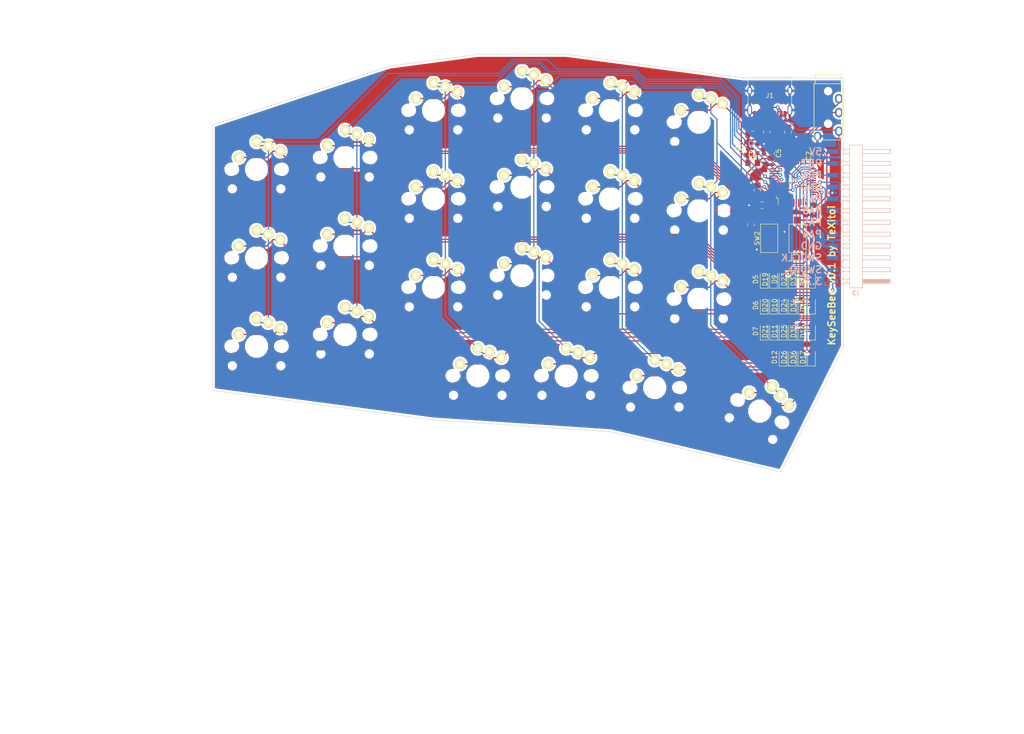
<source format=kicad_pcb>
(kicad_pcb (version 20171130) (host pcbnew 5.0.2+dfsg1-1)
  (layers (0 F.Cu signal) (31 B.Cu signal) (34 B.Paste user) (35 F.Paste user) (36 B.SilkS user) (37 F.SilkS user) (38 B.Mask user) (39 F.Mask user) (44 Edge.Cuts user))
  (net 0 "")
  (net 1 GND)
  (net 2 5V)
  (net 3 "Net-(J1-PadB8)")
  (net 4 "Net-(J1-PadA5)")
  (net 5 D-)
  (net 6 D+)
  (net 7 "Net-(J1-PadA8)")
  (net 8 "Net-(J1-PadB5)")
  (net 9 "Net-(R1-Pad1)")
  (net 10 3.3V)
  (net 11 VBAT)
  (net 12 "Net-(U1-Pad5)")
  (net 13 "Net-(U1-Pad6)")
  (net 14 "Net-(C1-Pad2)")
  (net 15 "Net-(U1-Pad10)")
  (net 16 "Net-(U1-Pad11)")
  (net 17 "Net-(U1-Pad12)")
  (net 18 "Net-(U1-Pad13)")
  (net 19 PA4)
  (net 20 PA5)
  (net 21 PA6)
  (net 22 PA7)
  (net 23 ROW1)
  (net 24 ROW2)
  (net 25 ROW3)
  (net 26 ROW4)
  (net 27 SWDIO)
  (net 28 SWDCLK)
  (net 29 COL1)
  (net 30 COL2)
  (net 31 COL3)
  (net 32 COL4)
  (net 33 PB6)
  (net 34 PB7)
  (net 35 COL5)
  (net 36 COL6)
  (net 37 TX)
  (net 38 RX)
  (net 39 "Net-(U1-Pad2)")
  (net 40 "Net-(U1-Pad3)")
  (net 41 "Net-(U1-Pad4)")
  (net 42 "Net-(U1-Pad22)")
  (net 43 "Net-(U1-Pad26)")
  (net 44 "Net-(U1-Pad27)")
  (net 45 "Net-(U1-Pad28)")
  (net 46 "Net-(U1-Pad29)")
  (net 47 "Net-(D24-Pad1)")
  (net 48 "Net-(D11-Pad1)")
  (net 49 "Net-(D12-Pad1)")
  (net 50 "Net-(D14-Pad1)")
  (net 51 "Net-(D15-Pad1)")
  (net 52 "Net-(D16-Pad1)")
  (net 53 "Net-(D17-Pad1)")
  (net 54 "Net-(D19-Pad1)")
  (net 55 "Net-(D20-Pad1)")
  (net 56 "Net-(D21-Pad1)")
  (net 57 "Net-(D23-Pad1)")
  (net 58 "Net-(D9-Pad1)")
  (net 59 "Net-(D7-Pad1)")
  (net 60 "Net-(D6-Pad1)")
  (net 61 "Net-(D5-Pad1)")
  (net 62 "Net-(D25-Pad1)")
  (net 63 "Net-(D26-Pad1)")
  (net 64 "Net-(D33-Pad1)")
  (net 65 "Net-(D34-Pad1)")
  (net 66 "Net-(D35-Pad1)")
  (net 67 "Net-(D36-Pad1)")
  (net 68 "Net-(D10-Pad1)")
  (module foostan-kbd:CherryMX_Choc_1u (layer F.Cu) (at 209.55 56.515)
    (fp_text reference SW12 hide)
    (fp_text value SW_Push hide)
    (pad 1 thru_hole circle (at 5.1 -3.9 310) (size 2.2 2.2) (drill 1.2) (layers *.Cu F.SilkS B.Mask) (net 50 "Net-(D14-Pad1)"))
    (pad "" np_thru_hole circle (at 0 0 90) (size 4 4) (drill 4) (layers *.Cu *.Mask))
    (pad "" np_thru_hole circle (at -5.5 0 90) (size 1.9 1.9) (drill 1.9) (layers *.Cu *.Mask))
    (pad "" np_thru_hole circle (at 5.5 0 90) (size 1.9 1.9) (drill 1.9) (layers *.Cu *.Mask))
    (pad 2 thru_hole circle (at 0 -5.9 90) (size 2.2 2.2) (drill 1.2) (layers *.Cu F.SilkS B.Mask) (net 36 COL6))
    (pad 2 thru_hole circle (at 2.54 -5.08) (size 2.2 2.2) (drill 1.2) (layers *.Cu F.SilkS B.Mask) (net 36 COL6))
    (pad 1 thru_hole circle (at -3.81 -2.54 50) (size 2.2 2.2) (drill 1.2) (layers *.Cu F.SilkS B.Mask) (net 50 "Net-(D14-Pad1)"))
    (pad "" np_thru_hole circle (at 5.08 0) (size 1.7 1.7) (drill 1.7) (layers *.Cu *.Mask))
    (pad "" np_thru_hole circle (at -5.08 0) (size 1.7 1.7) (drill 1.7) (layers *.Cu *.Mask))
    (pad "" np_thru_hole circle (at 5.22 4.2) (size 1 1) (drill 1) (layers *.Cu *.Mask))
    (pad "" np_thru_hole circle (at -5.22 4.2) (size 1 1) (drill 1) (layers *.Cu *.Mask))
  )
  (module foostan-kbd:CherryMX_Choc_1u (layer F.Cu) (at 200.025 113.665)
    (fp_text reference SW34 hide)
    (fp_text value SW_Push hide)
    (pad "" np_thru_hole circle (at -5.22 4.2) (size 1 1) (drill 1) (layers *.Cu *.Mask))
    (pad "" np_thru_hole circle (at 5.22 4.2) (size 1 1) (drill 1) (layers *.Cu *.Mask))
    (pad "" np_thru_hole circle (at -5.08 0) (size 1.7 1.7) (drill 1.7) (layers *.Cu *.Mask))
    (pad "" np_thru_hole circle (at 5.08 0) (size 1.7 1.7) (drill 1.7) (layers *.Cu *.Mask))
    (pad 1 thru_hole circle (at -3.81 -2.54 50) (size 2.2 2.2) (drill 1.2) (layers *.Cu F.SilkS B.Mask) (net 67 "Net-(D36-Pad1)"))
    (pad 2 thru_hole circle (at 2.54 -5.08) (size 2.2 2.2) (drill 1.2) (layers *.Cu F.SilkS B.Mask) (net 35 COL5))
    (pad 2 thru_hole circle (at 0 -5.9 90) (size 2.2 2.2) (drill 1.2) (layers *.Cu F.SilkS B.Mask) (net 35 COL5))
    (pad "" np_thru_hole circle (at 5.5 0 90) (size 1.9 1.9) (drill 1.9) (layers *.Cu *.Mask))
    (pad "" np_thru_hole circle (at -5.5 0 90) (size 1.9 1.9) (drill 1.9) (layers *.Cu *.Mask))
    (pad "" np_thru_hole circle (at 0 0 90) (size 4 4) (drill 4) (layers *.Cu *.Mask))
    (pad 1 thru_hole circle (at 5.1 -3.9 310) (size 2.2 2.2) (drill 1.2) (layers *.Cu F.SilkS B.Mask) (net 67 "Net-(D36-Pad1)"))
  )
  (module foostan-kbd:CherryMX_Choc_1u (layer F.Cu) (at 222.631 118.745 333.5)
    (fp_text reference SW15 hide)
    (fp_text value SW_Push hide)
    (pad "" np_thru_hole circle (at -5.22 4.2 333.5) (size 1 1) (drill 1) (layers *.Cu *.Mask))
    (pad "" np_thru_hole circle (at 5.22 4.2 333.5) (size 1 1) (drill 1) (layers *.Cu *.Mask))
    (pad "" np_thru_hole circle (at -5.08 0 333.5) (size 1.7 1.7) (drill 1.7) (layers *.Cu *.Mask))
    (pad "" np_thru_hole circle (at 5.08 0 333.5) (size 1.7 1.7) (drill 1.7) (layers *.Cu *.Mask))
    (pad 1 thru_hole circle (at -3.81 -2.54 23.5) (size 2.2 2.2) (drill 1.2) (layers *.Cu F.SilkS B.Mask) (net 53 "Net-(D17-Pad1)"))
    (pad 2 thru_hole circle (at 2.54 -5.08 333.5) (size 2.2 2.2) (drill 1.2) (layers *.Cu F.SilkS B.Mask) (net 36 COL6))
    (pad 2 thru_hole circle (at 0 -5.9 63.5) (size 2.2 2.2) (drill 1.2) (layers *.Cu F.SilkS B.Mask) (net 36 COL6))
    (pad "" np_thru_hole circle (at 5.5 0 63.5) (size 1.9 1.9) (drill 1.9) (layers *.Cu *.Mask))
    (pad "" np_thru_hole circle (at -5.5 0 63.5) (size 1.9 1.9) (drill 1.9) (layers *.Cu *.Mask))
    (pad "" np_thru_hole circle (at 0 0 63.5) (size 4 4) (drill 4) (layers *.Cu *.Mask))
    (pad 1 thru_hole circle (at 5.1 -3.9 283.5) (size 2.2 2.2) (drill 1.2) (layers *.Cu F.SilkS B.Mask) (net 53 "Net-(D17-Pad1)"))
  )
  (module foostan-kbd:CherryMX_Choc_1u (layer F.Cu) (at 114.3 66.675)
    (fp_text reference SW3 hide)
    (fp_text value SW_Push hide)
    (pad 1 thru_hole circle (at 5.1 -3.9 310) (size 2.2 2.2) (drill 1.2) (layers *.Cu F.SilkS B.Mask) (net 61 "Net-(D5-Pad1)"))
    (pad "" np_thru_hole circle (at 0 0 90) (size 4 4) (drill 4) (layers *.Cu *.Mask))
    (pad "" np_thru_hole circle (at -5.5 0 90) (size 1.9 1.9) (drill 1.9) (layers *.Cu *.Mask))
    (pad "" np_thru_hole circle (at 5.5 0 90) (size 1.9 1.9) (drill 1.9) (layers *.Cu *.Mask))
    (pad 2 thru_hole circle (at 0 -5.9 90) (size 2.2 2.2) (drill 1.2) (layers *.Cu F.SilkS B.Mask) (net 29 COL1))
    (pad 2 thru_hole circle (at 2.54 -5.08) (size 2.2 2.2) (drill 1.2) (layers *.Cu F.SilkS B.Mask) (net 29 COL1))
    (pad 1 thru_hole circle (at -3.81 -2.54 50) (size 2.2 2.2) (drill 1.2) (layers *.Cu F.SilkS B.Mask) (net 61 "Net-(D5-Pad1)"))
    (pad "" np_thru_hole circle (at 5.08 0) (size 1.7 1.7) (drill 1.7) (layers *.Cu *.Mask))
    (pad "" np_thru_hole circle (at -5.08 0) (size 1.7 1.7) (drill 1.7) (layers *.Cu *.Mask))
    (pad "" np_thru_hole circle (at 5.22 4.2) (size 1 1) (drill 1) (layers *.Cu *.Mask))
    (pad "" np_thru_hole circle (at -5.22 4.2) (size 1 1) (drill 1) (layers *.Cu *.Mask))
  )
  (module foostan-kbd:CherryMX_Choc_1u (layer F.Cu) (at 114.3 85.725)
    (fp_text reference SW4 hide)
    (fp_text value SW_Push hide)
    (pad "" np_thru_hole circle (at -5.22 4.2) (size 1 1) (drill 1) (layers *.Cu *.Mask))
    (pad "" np_thru_hole circle (at 5.22 4.2) (size 1 1) (drill 1) (layers *.Cu *.Mask))
    (pad "" np_thru_hole circle (at -5.08 0) (size 1.7 1.7) (drill 1.7) (layers *.Cu *.Mask))
    (pad "" np_thru_hole circle (at 5.08 0) (size 1.7 1.7) (drill 1.7) (layers *.Cu *.Mask))
    (pad 1 thru_hole circle (at -3.81 -2.54 50) (size 2.2 2.2) (drill 1.2) (layers *.Cu F.SilkS B.Mask) (net 60 "Net-(D6-Pad1)"))
    (pad 2 thru_hole circle (at 2.54 -5.08) (size 2.2 2.2) (drill 1.2) (layers *.Cu F.SilkS B.Mask) (net 29 COL1))
    (pad 2 thru_hole circle (at 0 -5.9 90) (size 2.2 2.2) (drill 1.2) (layers *.Cu F.SilkS B.Mask) (net 29 COL1))
    (pad "" np_thru_hole circle (at 5.5 0 90) (size 1.9 1.9) (drill 1.9) (layers *.Cu *.Mask))
    (pad "" np_thru_hole circle (at -5.5 0 90) (size 1.9 1.9) (drill 1.9) (layers *.Cu *.Mask))
    (pad "" np_thru_hole circle (at 0 0 90) (size 4 4) (drill 4) (layers *.Cu *.Mask))
    (pad 1 thru_hole circle (at 5.1 -3.9 310) (size 2.2 2.2) (drill 1.2) (layers *.Cu F.SilkS B.Mask) (net 60 "Net-(D6-Pad1)"))
  )
  (module foostan-kbd:CherryMX_Choc_1u (layer F.Cu) (at 114.3 104.775)
    (fp_text reference SW5 hide)
    (fp_text value SW_Push hide)
    (pad 1 thru_hole circle (at 5.1 -3.9 310) (size 2.2 2.2) (drill 1.2) (layers *.Cu F.SilkS B.Mask) (net 59 "Net-(D7-Pad1)"))
    (pad "" np_thru_hole circle (at 0 0 90) (size 4 4) (drill 4) (layers *.Cu *.Mask))
    (pad "" np_thru_hole circle (at -5.5 0 90) (size 1.9 1.9) (drill 1.9) (layers *.Cu *.Mask))
    (pad "" np_thru_hole circle (at 5.5 0 90) (size 1.9 1.9) (drill 1.9) (layers *.Cu *.Mask))
    (pad 2 thru_hole circle (at 0 -5.9 90) (size 2.2 2.2) (drill 1.2) (layers *.Cu F.SilkS B.Mask) (net 29 COL1))
    (pad 2 thru_hole circle (at 2.54 -5.08) (size 2.2 2.2) (drill 1.2) (layers *.Cu F.SilkS B.Mask) (net 29 COL1))
    (pad 1 thru_hole circle (at -3.81 -2.54 50) (size 2.2 2.2) (drill 1.2) (layers *.Cu F.SilkS B.Mask) (net 59 "Net-(D7-Pad1)"))
    (pad "" np_thru_hole circle (at 5.08 0) (size 1.7 1.7) (drill 1.7) (layers *.Cu *.Mask))
    (pad "" np_thru_hole circle (at -5.08 0) (size 1.7 1.7) (drill 1.7) (layers *.Cu *.Mask))
    (pad "" np_thru_hole circle (at 5.22 4.2) (size 1 1) (drill 1) (layers *.Cu *.Mask))
    (pad "" np_thru_hole circle (at -5.22 4.2) (size 1 1) (drill 1) (layers *.Cu *.Mask))
  )
  (module foostan-kbd:CherryMX_Choc_1u (layer F.Cu) (at 152.4 53.975)
    (fp_text reference SW7 hide)
    (fp_text value SW_Push hide)
    (pad "" np_thru_hole circle (at -5.22 4.2) (size 1 1) (drill 1) (layers *.Cu *.Mask))
    (pad "" np_thru_hole circle (at 5.22 4.2) (size 1 1) (drill 1) (layers *.Cu *.Mask))
    (pad "" np_thru_hole circle (at -5.08 0) (size 1.7 1.7) (drill 1.7) (layers *.Cu *.Mask))
    (pad "" np_thru_hole circle (at 5.08 0) (size 1.7 1.7) (drill 1.7) (layers *.Cu *.Mask))
    (pad 1 thru_hole circle (at -3.81 -2.54 50) (size 2.2 2.2) (drill 1.2) (layers *.Cu F.SilkS B.Mask) (net 58 "Net-(D9-Pad1)"))
    (pad 2 thru_hole circle (at 2.54 -5.08) (size 2.2 2.2) (drill 1.2) (layers *.Cu F.SilkS B.Mask) (net 31 COL3))
    (pad 2 thru_hole circle (at 0 -5.9 90) (size 2.2 2.2) (drill 1.2) (layers *.Cu F.SilkS B.Mask) (net 31 COL3))
    (pad "" np_thru_hole circle (at 5.5 0 90) (size 1.9 1.9) (drill 1.9) (layers *.Cu *.Mask))
    (pad "" np_thru_hole circle (at -5.5 0 90) (size 1.9 1.9) (drill 1.9) (layers *.Cu *.Mask))
    (pad "" np_thru_hole circle (at 0 0 90) (size 4 4) (drill 4) (layers *.Cu *.Mask))
    (pad 1 thru_hole circle (at 5.1 -3.9 310) (size 2.2 2.2) (drill 1.2) (layers *.Cu F.SilkS B.Mask) (net 58 "Net-(D9-Pad1)"))
  )
  (module foostan-kbd:CherryMX_Choc_1u (layer F.Cu) (at 209.55 75.565)
    (fp_text reference SW13 hide)
    (fp_text value SW_Push hide)
    (pad 1 thru_hole circle (at 5.1 -3.9 310) (size 2.2 2.2) (drill 1.2) (layers *.Cu F.SilkS B.Mask) (net 51 "Net-(D15-Pad1)"))
    (pad "" np_thru_hole circle (at 0 0 90) (size 4 4) (drill 4) (layers *.Cu *.Mask))
    (pad "" np_thru_hole circle (at -5.5 0 90) (size 1.9 1.9) (drill 1.9) (layers *.Cu *.Mask))
    (pad "" np_thru_hole circle (at 5.5 0 90) (size 1.9 1.9) (drill 1.9) (layers *.Cu *.Mask))
    (pad 2 thru_hole circle (at 0 -5.9 90) (size 2.2 2.2) (drill 1.2) (layers *.Cu F.SilkS B.Mask) (net 36 COL6))
    (pad 2 thru_hole circle (at 2.54 -5.08) (size 2.2 2.2) (drill 1.2) (layers *.Cu F.SilkS B.Mask) (net 36 COL6))
    (pad 1 thru_hole circle (at -3.81 -2.54 50) (size 2.2 2.2) (drill 1.2) (layers *.Cu F.SilkS B.Mask) (net 51 "Net-(D15-Pad1)"))
    (pad "" np_thru_hole circle (at 5.08 0) (size 1.7 1.7) (drill 1.7) (layers *.Cu *.Mask))
    (pad "" np_thru_hole circle (at -5.08 0) (size 1.7 1.7) (drill 1.7) (layers *.Cu *.Mask))
    (pad "" np_thru_hole circle (at 5.22 4.2) (size 1 1) (drill 1) (layers *.Cu *.Mask))
    (pad "" np_thru_hole circle (at -5.22 4.2) (size 1 1) (drill 1) (layers *.Cu *.Mask))
  )
  (module foostan-kbd:CherryMX_Choc_1u (layer F.Cu) (at 152.4 73.025)
    (fp_text reference SW8 hide)
    (fp_text value SW_Push hide)
    (pad "" np_thru_hole circle (at -5.22 4.2) (size 1 1) (drill 1) (layers *.Cu *.Mask))
    (pad "" np_thru_hole circle (at 5.22 4.2) (size 1 1) (drill 1) (layers *.Cu *.Mask))
    (pad "" np_thru_hole circle (at -5.08 0) (size 1.7 1.7) (drill 1.7) (layers *.Cu *.Mask))
    (pad "" np_thru_hole circle (at 5.08 0) (size 1.7 1.7) (drill 1.7) (layers *.Cu *.Mask))
    (pad 1 thru_hole circle (at -3.81 -2.54 50) (size 2.2 2.2) (drill 1.2) (layers *.Cu F.SilkS B.Mask) (net 68 "Net-(D10-Pad1)"))
    (pad 2 thru_hole circle (at 2.54 -5.08) (size 2.2 2.2) (drill 1.2) (layers *.Cu F.SilkS B.Mask) (net 31 COL3))
    (pad 2 thru_hole circle (at 0 -5.9 90) (size 2.2 2.2) (drill 1.2) (layers *.Cu F.SilkS B.Mask) (net 31 COL3))
    (pad "" np_thru_hole circle (at 5.5 0 90) (size 1.9 1.9) (drill 1.9) (layers *.Cu *.Mask))
    (pad "" np_thru_hole circle (at -5.5 0 90) (size 1.9 1.9) (drill 1.9) (layers *.Cu *.Mask))
    (pad "" np_thru_hole circle (at 0 0 90) (size 4 4) (drill 4) (layers *.Cu *.Mask))
    (pad 1 thru_hole circle (at 5.1 -3.9 310) (size 2.2 2.2) (drill 1.2) (layers *.Cu F.SilkS B.Mask) (net 68 "Net-(D10-Pad1)"))
  )
  (module foostan-kbd:CherryMX_Choc_1u (layer F.Cu) (at 152.4 92.075)
    (fp_text reference SW9 hide)
    (fp_text value SW_Push hide)
    (pad 1 thru_hole circle (at 5.1 -3.9 310) (size 2.2 2.2) (drill 1.2) (layers *.Cu F.SilkS B.Mask) (net 48 "Net-(D11-Pad1)"))
    (pad "" np_thru_hole circle (at 0 0 90) (size 4 4) (drill 4) (layers *.Cu *.Mask))
    (pad "" np_thru_hole circle (at -5.5 0 90) (size 1.9 1.9) (drill 1.9) (layers *.Cu *.Mask))
    (pad "" np_thru_hole circle (at 5.5 0 90) (size 1.9 1.9) (drill 1.9) (layers *.Cu *.Mask))
    (pad 2 thru_hole circle (at 0 -5.9 90) (size 2.2 2.2) (drill 1.2) (layers *.Cu F.SilkS B.Mask) (net 31 COL3))
    (pad 2 thru_hole circle (at 2.54 -5.08) (size 2.2 2.2) (drill 1.2) (layers *.Cu F.SilkS B.Mask) (net 31 COL3))
    (pad 1 thru_hole circle (at -3.81 -2.54 50) (size 2.2 2.2) (drill 1.2) (layers *.Cu F.SilkS B.Mask) (net 48 "Net-(D11-Pad1)"))
    (pad "" np_thru_hole circle (at 5.08 0) (size 1.7 1.7) (drill 1.7) (layers *.Cu *.Mask))
    (pad "" np_thru_hole circle (at -5.08 0) (size 1.7 1.7) (drill 1.7) (layers *.Cu *.Mask))
    (pad "" np_thru_hole circle (at 5.22 4.2) (size 1 1) (drill 1) (layers *.Cu *.Mask))
    (pad "" np_thru_hole circle (at -5.22 4.2) (size 1 1) (drill 1) (layers *.Cu *.Mask))
  )
  (module foostan-kbd:CherryMX_Choc_1u (layer F.Cu) (at 161.925 111.125)
    (fp_text reference SW10 hide)
    (fp_text value SW_Push hide)
    (pad "" np_thru_hole circle (at -5.22 4.2) (size 1 1) (drill 1) (layers *.Cu *.Mask))
    (pad "" np_thru_hole circle (at 5.22 4.2) (size 1 1) (drill 1) (layers *.Cu *.Mask))
    (pad "" np_thru_hole circle (at -5.08 0) (size 1.7 1.7) (drill 1.7) (layers *.Cu *.Mask))
    (pad "" np_thru_hole circle (at 5.08 0) (size 1.7 1.7) (drill 1.7) (layers *.Cu *.Mask))
    (pad 1 thru_hole circle (at -3.81 -2.54 50) (size 2.2 2.2) (drill 1.2) (layers *.Cu F.SilkS B.Mask) (net 49 "Net-(D12-Pad1)"))
    (pad 2 thru_hole circle (at 2.54 -5.08) (size 2.2 2.2) (drill 1.2) (layers *.Cu F.SilkS B.Mask) (net 31 COL3))
    (pad 2 thru_hole circle (at 0 -5.9 90) (size 2.2 2.2) (drill 1.2) (layers *.Cu F.SilkS B.Mask) (net 31 COL3))
    (pad "" np_thru_hole circle (at 5.5 0 90) (size 1.9 1.9) (drill 1.9) (layers *.Cu *.Mask))
    (pad "" np_thru_hole circle (at -5.5 0 90) (size 1.9 1.9) (drill 1.9) (layers *.Cu *.Mask))
    (pad "" np_thru_hole circle (at 0 0 90) (size 4 4) (drill 4) (layers *.Cu *.Mask))
    (pad 1 thru_hole circle (at 5.1 -3.9 310) (size 2.2 2.2) (drill 1.2) (layers *.Cu F.SilkS B.Mask) (net 49 "Net-(D12-Pad1)"))
  )
  (module foostan-kbd:CherryMX_Choc_1u (layer F.Cu) (at 209.55 94.615)
    (fp_text reference SW14 hide)
    (fp_text value SW_Push hide)
    (pad "" np_thru_hole circle (at -5.22 4.2) (size 1 1) (drill 1) (layers *.Cu *.Mask))
    (pad "" np_thru_hole circle (at 5.22 4.2) (size 1 1) (drill 1) (layers *.Cu *.Mask))
    (pad "" np_thru_hole circle (at -5.08 0) (size 1.7 1.7) (drill 1.7) (layers *.Cu *.Mask))
    (pad "" np_thru_hole circle (at 5.08 0) (size 1.7 1.7) (drill 1.7) (layers *.Cu *.Mask))
    (pad 1 thru_hole circle (at -3.81 -2.54 50) (size 2.2 2.2) (drill 1.2) (layers *.Cu F.SilkS B.Mask) (net 52 "Net-(D16-Pad1)"))
    (pad 2 thru_hole circle (at 2.54 -5.08) (size 2.2 2.2) (drill 1.2) (layers *.Cu F.SilkS B.Mask) (net 36 COL6))
    (pad 2 thru_hole circle (at 0 -5.9 90) (size 2.2 2.2) (drill 1.2) (layers *.Cu F.SilkS B.Mask) (net 36 COL6))
    (pad "" np_thru_hole circle (at 5.5 0 90) (size 1.9 1.9) (drill 1.9) (layers *.Cu *.Mask))
    (pad "" np_thru_hole circle (at -5.5 0 90) (size 1.9 1.9) (drill 1.9) (layers *.Cu *.Mask))
    (pad "" np_thru_hole circle (at 0 0 90) (size 4 4) (drill 4) (layers *.Cu *.Mask))
    (pad 1 thru_hole circle (at 5.1 -3.9 310) (size 2.2 2.2) (drill 1.2) (layers *.Cu F.SilkS B.Mask) (net 52 "Net-(D16-Pad1)"))
  )
  (module foostan-kbd:CherryMX_Choc_1u (layer F.Cu) (at 133.35 64.135)
    (fp_text reference SW17 hide)
    (fp_text value SW_Push hide)
    (pad 1 thru_hole circle (at 5.1 -3.9 310) (size 2.2 2.2) (drill 1.2) (layers *.Cu F.SilkS B.Mask) (net 54 "Net-(D19-Pad1)"))
    (pad "" np_thru_hole circle (at 0 0 90) (size 4 4) (drill 4) (layers *.Cu *.Mask))
    (pad "" np_thru_hole circle (at -5.5 0 90) (size 1.9 1.9) (drill 1.9) (layers *.Cu *.Mask))
    (pad "" np_thru_hole circle (at 5.5 0 90) (size 1.9 1.9) (drill 1.9) (layers *.Cu *.Mask))
    (pad 2 thru_hole circle (at 0 -5.9 90) (size 2.2 2.2) (drill 1.2) (layers *.Cu F.SilkS B.Mask) (net 30 COL2))
    (pad 2 thru_hole circle (at 2.54 -5.08) (size 2.2 2.2) (drill 1.2) (layers *.Cu F.SilkS B.Mask) (net 30 COL2))
    (pad 1 thru_hole circle (at -3.81 -2.54 50) (size 2.2 2.2) (drill 1.2) (layers *.Cu F.SilkS B.Mask) (net 54 "Net-(D19-Pad1)"))
    (pad "" np_thru_hole circle (at 5.08 0) (size 1.7 1.7) (drill 1.7) (layers *.Cu *.Mask))
    (pad "" np_thru_hole circle (at -5.08 0) (size 1.7 1.7) (drill 1.7) (layers *.Cu *.Mask))
    (pad "" np_thru_hole circle (at 5.22 4.2) (size 1 1) (drill 1) (layers *.Cu *.Mask))
    (pad "" np_thru_hole circle (at -5.22 4.2) (size 1 1) (drill 1) (layers *.Cu *.Mask))
  )
  (module foostan-kbd:CherryMX_Choc_1u (layer F.Cu) (at 133.35 83.185)
    (fp_text reference SW18 hide)
    (fp_text value SW_Push hide)
    (pad "" np_thru_hole circle (at -5.22 4.2) (size 1 1) (drill 1) (layers *.Cu *.Mask))
    (pad "" np_thru_hole circle (at 5.22 4.2) (size 1 1) (drill 1) (layers *.Cu *.Mask))
    (pad "" np_thru_hole circle (at -5.08 0) (size 1.7 1.7) (drill 1.7) (layers *.Cu *.Mask))
    (pad "" np_thru_hole circle (at 5.08 0) (size 1.7 1.7) (drill 1.7) (layers *.Cu *.Mask))
    (pad 1 thru_hole circle (at -3.81 -2.54 50) (size 2.2 2.2) (drill 1.2) (layers *.Cu F.SilkS B.Mask) (net 55 "Net-(D20-Pad1)"))
    (pad 2 thru_hole circle (at 2.54 -5.08) (size 2.2 2.2) (drill 1.2) (layers *.Cu F.SilkS B.Mask) (net 30 COL2))
    (pad 2 thru_hole circle (at 0 -5.9 90) (size 2.2 2.2) (drill 1.2) (layers *.Cu F.SilkS B.Mask) (net 30 COL2))
    (pad "" np_thru_hole circle (at 5.5 0 90) (size 1.9 1.9) (drill 1.9) (layers *.Cu *.Mask))
    (pad "" np_thru_hole circle (at -5.5 0 90) (size 1.9 1.9) (drill 1.9) (layers *.Cu *.Mask))
    (pad "" np_thru_hole circle (at 0 0 90) (size 4 4) (drill 4) (layers *.Cu *.Mask))
    (pad 1 thru_hole circle (at 5.1 -3.9 310) (size 2.2 2.2) (drill 1.2) (layers *.Cu F.SilkS B.Mask) (net 55 "Net-(D20-Pad1)"))
  )
  (module foostan-kbd:CherryMX_Choc_1u (layer F.Cu) (at 133.35 102.235)
    (fp_text reference SW19 hide)
    (fp_text value SW_Push hide)
    (pad 1 thru_hole circle (at 5.1 -3.9 310) (size 2.2 2.2) (drill 1.2) (layers *.Cu F.SilkS B.Mask) (net 56 "Net-(D21-Pad1)"))
    (pad "" np_thru_hole circle (at 0 0 90) (size 4 4) (drill 4) (layers *.Cu *.Mask))
    (pad "" np_thru_hole circle (at -5.5 0 90) (size 1.9 1.9) (drill 1.9) (layers *.Cu *.Mask))
    (pad "" np_thru_hole circle (at 5.5 0 90) (size 1.9 1.9) (drill 1.9) (layers *.Cu *.Mask))
    (pad 2 thru_hole circle (at 0 -5.9 90) (size 2.2 2.2) (drill 1.2) (layers *.Cu F.SilkS B.Mask) (net 30 COL2))
    (pad 2 thru_hole circle (at 2.54 -5.08) (size 2.2 2.2) (drill 1.2) (layers *.Cu F.SilkS B.Mask) (net 30 COL2))
    (pad 1 thru_hole circle (at -3.81 -2.54 50) (size 2.2 2.2) (drill 1.2) (layers *.Cu F.SilkS B.Mask) (net 56 "Net-(D21-Pad1)"))
    (pad "" np_thru_hole circle (at 5.08 0) (size 1.7 1.7) (drill 1.7) (layers *.Cu *.Mask))
    (pad "" np_thru_hole circle (at -5.08 0) (size 1.7 1.7) (drill 1.7) (layers *.Cu *.Mask))
    (pad "" np_thru_hole circle (at 5.22 4.2) (size 1 1) (drill 1) (layers *.Cu *.Mask))
    (pad "" np_thru_hole circle (at -5.22 4.2) (size 1 1) (drill 1) (layers *.Cu *.Mask))
  )
  (module foostan-kbd:CherryMX_Choc_1u (layer F.Cu) (at 171.45 51.435)
    (fp_text reference SW21 hide)
    (fp_text value SW_Push hide)
    (pad "" np_thru_hole circle (at -5.22 4.2) (size 1 1) (drill 1) (layers *.Cu *.Mask))
    (pad "" np_thru_hole circle (at 5.22 4.2) (size 1 1) (drill 1) (layers *.Cu *.Mask))
    (pad "" np_thru_hole circle (at -5.08 0) (size 1.7 1.7) (drill 1.7) (layers *.Cu *.Mask))
    (pad "" np_thru_hole circle (at 5.08 0) (size 1.7 1.7) (drill 1.7) (layers *.Cu *.Mask))
    (pad 1 thru_hole circle (at -3.81 -2.54 50) (size 2.2 2.2) (drill 1.2) (layers *.Cu F.SilkS B.Mask) (net 57 "Net-(D23-Pad1)"))
    (pad 2 thru_hole circle (at 2.54 -5.08) (size 2.2 2.2) (drill 1.2) (layers *.Cu F.SilkS B.Mask) (net 32 COL4))
    (pad 2 thru_hole circle (at 0 -5.9 90) (size 2.2 2.2) (drill 1.2) (layers *.Cu F.SilkS B.Mask) (net 32 COL4))
    (pad "" np_thru_hole circle (at 5.5 0 90) (size 1.9 1.9) (drill 1.9) (layers *.Cu *.Mask))
    (pad "" np_thru_hole circle (at -5.5 0 90) (size 1.9 1.9) (drill 1.9) (layers *.Cu *.Mask))
    (pad "" np_thru_hole circle (at 0 0 90) (size 4 4) (drill 4) (layers *.Cu *.Mask))
    (pad 1 thru_hole circle (at 5.1 -3.9 310) (size 2.2 2.2) (drill 1.2) (layers *.Cu F.SilkS B.Mask) (net 57 "Net-(D23-Pad1)"))
  )
  (module foostan-kbd:CherryMX_Choc_1u (layer F.Cu) (at 171.45 70.485)
    (fp_text reference SW22 hide)
    (fp_text value SW_Push hide)
    (pad 1 thru_hole circle (at 5.1 -3.9 310) (size 2.2 2.2) (drill 1.2) (layers *.Cu F.SilkS B.Mask) (net 47 "Net-(D24-Pad1)"))
    (pad "" np_thru_hole circle (at 0 0 90) (size 4 4) (drill 4) (layers *.Cu *.Mask))
    (pad "" np_thru_hole circle (at -5.5 0 90) (size 1.9 1.9) (drill 1.9) (layers *.Cu *.Mask))
    (pad "" np_thru_hole circle (at 5.5 0 90) (size 1.9 1.9) (drill 1.9) (layers *.Cu *.Mask))
    (pad 2 thru_hole circle (at 0 -5.9 90) (size 2.2 2.2) (drill 1.2) (layers *.Cu F.SilkS B.Mask) (net 32 COL4))
    (pad 2 thru_hole circle (at 2.54 -5.08) (size 2.2 2.2) (drill 1.2) (layers *.Cu F.SilkS B.Mask) (net 32 COL4))
    (pad 1 thru_hole circle (at -3.81 -2.54 50) (size 2.2 2.2) (drill 1.2) (layers *.Cu F.SilkS B.Mask) (net 47 "Net-(D24-Pad1)"))
    (pad "" np_thru_hole circle (at 5.08 0) (size 1.7 1.7) (drill 1.7) (layers *.Cu *.Mask))
    (pad "" np_thru_hole circle (at -5.08 0) (size 1.7 1.7) (drill 1.7) (layers *.Cu *.Mask))
    (pad "" np_thru_hole circle (at 5.22 4.2) (size 1 1) (drill 1) (layers *.Cu *.Mask))
    (pad "" np_thru_hole circle (at -5.22 4.2) (size 1 1) (drill 1) (layers *.Cu *.Mask))
  )
  (module foostan-kbd:CherryMX_Choc_1u (layer F.Cu) (at 171.45 89.535)
    (fp_text reference SW23 hide)
    (fp_text value SW_Push hide)
    (pad "" np_thru_hole circle (at -5.22 4.2) (size 1 1) (drill 1) (layers *.Cu *.Mask))
    (pad "" np_thru_hole circle (at 5.22 4.2) (size 1 1) (drill 1) (layers *.Cu *.Mask))
    (pad "" np_thru_hole circle (at -5.08 0) (size 1.7 1.7) (drill 1.7) (layers *.Cu *.Mask))
    (pad "" np_thru_hole circle (at 5.08 0) (size 1.7 1.7) (drill 1.7) (layers *.Cu *.Mask))
    (pad 1 thru_hole circle (at -3.81 -2.54 50) (size 2.2 2.2) (drill 1.2) (layers *.Cu F.SilkS B.Mask) (net 62 "Net-(D25-Pad1)"))
    (pad 2 thru_hole circle (at 2.54 -5.08) (size 2.2 2.2) (drill 1.2) (layers *.Cu F.SilkS B.Mask) (net 32 COL4))
    (pad 2 thru_hole circle (at 0 -5.9 90) (size 2.2 2.2) (drill 1.2) (layers *.Cu F.SilkS B.Mask) (net 32 COL4))
    (pad "" np_thru_hole circle (at 5.5 0 90) (size 1.9 1.9) (drill 1.9) (layers *.Cu *.Mask))
    (pad "" np_thru_hole circle (at -5.5 0 90) (size 1.9 1.9) (drill 1.9) (layers *.Cu *.Mask))
    (pad "" np_thru_hole circle (at 0 0 90) (size 4 4) (drill 4) (layers *.Cu *.Mask))
    (pad 1 thru_hole circle (at 5.1 -3.9 310) (size 2.2 2.2) (drill 1.2) (layers *.Cu F.SilkS B.Mask) (net 62 "Net-(D25-Pad1)"))
  )
  (module foostan-kbd:CherryMX_Choc_1u (layer F.Cu) (at 190.5 53.975)
    (fp_text reference SW31 hide)
    (fp_text value SW_Push hide)
    (pad 1 thru_hole circle (at 5.1 -3.9 310) (size 2.2 2.2) (drill 1.2) (layers *.Cu F.SilkS B.Mask) (net 64 "Net-(D33-Pad1)"))
    (pad "" np_thru_hole circle (at 0 0 90) (size 4 4) (drill 4) (layers *.Cu *.Mask))
    (pad "" np_thru_hole circle (at -5.5 0 90) (size 1.9 1.9) (drill 1.9) (layers *.Cu *.Mask))
    (pad "" np_thru_hole circle (at 5.5 0 90) (size 1.9 1.9) (drill 1.9) (layers *.Cu *.Mask))
    (pad 2 thru_hole circle (at 0 -5.9 90) (size 2.2 2.2) (drill 1.2) (layers *.Cu F.SilkS B.Mask) (net 35 COL5))
    (pad 2 thru_hole circle (at 2.54 -5.08) (size 2.2 2.2) (drill 1.2) (layers *.Cu F.SilkS B.Mask) (net 35 COL5))
    (pad 1 thru_hole circle (at -3.81 -2.54 50) (size 2.2 2.2) (drill 1.2) (layers *.Cu F.SilkS B.Mask) (net 64 "Net-(D33-Pad1)"))
    (pad "" np_thru_hole circle (at 5.08 0) (size 1.7 1.7) (drill 1.7) (layers *.Cu *.Mask))
    (pad "" np_thru_hole circle (at -5.08 0) (size 1.7 1.7) (drill 1.7) (layers *.Cu *.Mask))
    (pad "" np_thru_hole circle (at 5.22 4.2) (size 1 1) (drill 1) (layers *.Cu *.Mask))
    (pad "" np_thru_hole circle (at -5.22 4.2) (size 1 1) (drill 1) (layers *.Cu *.Mask))
  )
  (module foostan-kbd:CherryMX_Choc_1u (layer F.Cu) (at 190.5 73.025)
    (fp_text reference SW32 hide)
    (fp_text value SW_Push hide)
    (pad "" np_thru_hole circle (at -5.22 4.2) (size 1 1) (drill 1) (layers *.Cu *.Mask))
    (pad "" np_thru_hole circle (at 5.22 4.2) (size 1 1) (drill 1) (layers *.Cu *.Mask))
    (pad "" np_thru_hole circle (at -5.08 0) (size 1.7 1.7) (drill 1.7) (layers *.Cu *.Mask))
    (pad "" np_thru_hole circle (at 5.08 0) (size 1.7 1.7) (drill 1.7) (layers *.Cu *.Mask))
    (pad 1 thru_hole circle (at -3.81 -2.54 50) (size 2.2 2.2) (drill 1.2) (layers *.Cu F.SilkS B.Mask) (net 65 "Net-(D34-Pad1)"))
    (pad 2 thru_hole circle (at 2.54 -5.08) (size 2.2 2.2) (drill 1.2) (layers *.Cu F.SilkS B.Mask) (net 35 COL5))
    (pad 2 thru_hole circle (at 0 -5.9 90) (size 2.2 2.2) (drill 1.2) (layers *.Cu F.SilkS B.Mask) (net 35 COL5))
    (pad "" np_thru_hole circle (at 5.5 0 90) (size 1.9 1.9) (drill 1.9) (layers *.Cu *.Mask))
    (pad "" np_thru_hole circle (at -5.5 0 90) (size 1.9 1.9) (drill 1.9) (layers *.Cu *.Mask))
    (pad "" np_thru_hole circle (at 0 0 90) (size 4 4) (drill 4) (layers *.Cu *.Mask))
    (pad 1 thru_hole circle (at 5.1 -3.9 310) (size 2.2 2.2) (drill 1.2) (layers *.Cu F.SilkS B.Mask) (net 65 "Net-(D34-Pad1)"))
  )
  (module foostan-kbd:CherryMX_Choc_1u (layer F.Cu) (at 190.5 92.075)
    (fp_text reference SW33 hide)
    (fp_text value SW_Push hide)
    (pad 1 thru_hole circle (at 5.1 -3.9 310) (size 2.2 2.2) (drill 1.2) (layers *.Cu F.SilkS B.Mask) (net 66 "Net-(D35-Pad1)"))
    (pad "" np_thru_hole circle (at 0 0 90) (size 4 4) (drill 4) (layers *.Cu *.Mask))
    (pad "" np_thru_hole circle (at -5.5 0 90) (size 1.9 1.9) (drill 1.9) (layers *.Cu *.Mask))
    (pad "" np_thru_hole circle (at 5.5 0 90) (size 1.9 1.9) (drill 1.9) (layers *.Cu *.Mask))
    (pad 2 thru_hole circle (at 0 -5.9 90) (size 2.2 2.2) (drill 1.2) (layers *.Cu F.SilkS B.Mask) (net 35 COL5))
    (pad 2 thru_hole circle (at 2.54 -5.08) (size 2.2 2.2) (drill 1.2) (layers *.Cu F.SilkS B.Mask) (net 35 COL5))
    (pad 1 thru_hole circle (at -3.81 -2.54 50) (size 2.2 2.2) (drill 1.2) (layers *.Cu F.SilkS B.Mask) (net 66 "Net-(D35-Pad1)"))
    (pad "" np_thru_hole circle (at 5.08 0) (size 1.7 1.7) (drill 1.7) (layers *.Cu *.Mask))
    (pad "" np_thru_hole circle (at -5.08 0) (size 1.7 1.7) (drill 1.7) (layers *.Cu *.Mask))
    (pad "" np_thru_hole circle (at 5.22 4.2) (size 1 1) (drill 1) (layers *.Cu *.Mask))
    (pad "" np_thru_hole circle (at -5.22 4.2) (size 1 1) (drill 1) (layers *.Cu *.Mask))
  )
  (module foostan-kbd:CherryMX_Choc_1u (layer F.Cu) (at 180.975 111.125)
    (fp_text reference SW24 hide)
    (fp_text value SW_Push hide)
    (pad 1 thru_hole circle (at 5.1 -3.9 310) (size 2.2 2.2) (drill 1.2) (layers *.Cu F.SilkS B.Mask) (net 63 "Net-(D26-Pad1)"))
    (pad "" np_thru_hole circle (at 0 0 90) (size 4 4) (drill 4) (layers *.Cu *.Mask))
    (pad "" np_thru_hole circle (at -5.5 0 90) (size 1.9 1.9) (drill 1.9) (layers *.Cu *.Mask))
    (pad "" np_thru_hole circle (at 5.5 0 90) (size 1.9 1.9) (drill 1.9) (layers *.Cu *.Mask))
    (pad 2 thru_hole circle (at 0 -5.9 90) (size 2.2 2.2) (drill 1.2) (layers *.Cu F.SilkS B.Mask) (net 32 COL4))
    (pad 2 thru_hole circle (at 2.54 -5.08) (size 2.2 2.2) (drill 1.2) (layers *.Cu F.SilkS B.Mask) (net 32 COL4))
    (pad 1 thru_hole circle (at -3.81 -2.54 50) (size 2.2 2.2) (drill 1.2) (layers *.Cu F.SilkS B.Mask) (net 63 "Net-(D26-Pad1)"))
    (pad "" np_thru_hole circle (at 5.08 0) (size 1.7 1.7) (drill 1.7) (layers *.Cu *.Mask))
    (pad "" np_thru_hole circle (at -5.08 0) (size 1.7 1.7) (drill 1.7) (layers *.Cu *.Mask))
    (pad "" np_thru_hole circle (at 5.22 4.2) (size 1 1) (drill 1) (layers *.Cu *.Mask))
    (pad "" np_thru_hole circle (at -5.22 4.2) (size 1 1) (drill 1) (layers *.Cu *.Mask))
  )
  (module keebio:TRRS-PJ-320A-no-Fmask (layer F.Cu) (at 237.363 48.26)
    (fp_text reference J2)
    (fp_text value AudioJack4)
    (pad 1 thru_hole oval (at -2.3 11.3) (size 1.6 2) (drill oval 0.9 1.3) (layers *.Cu B.Mask) (net 1 GND))
    (pad 2 thru_hole oval (at 2.3 10.2) (size 1.6 2) (drill oval 0.9 1.3) (layers *.Cu B.Mask) (net 2 5V))
    (pad 4 thru_hole oval (at 2.3 3.2) (size 1.6 2) (drill oval 0.9 1.3) (layers *.Cu B.Mask) (net 38 RX))
    (pad "" np_thru_hole circle (at 0 8.6) (size 0.8 0.8) (drill 0.8) (layers *.Cu *.Mask))
    (pad "" np_thru_hole circle (at 0 1.6) (size 0.8 0.8) (drill 0.8) (layers *.Cu *.Mask))
    (pad 3 thru_hole oval (at 2.3 6.2) (size 1.6 2) (drill oval 0.9 1.3) (layers *.Cu B.Mask) (net 37 TX))
    (pad 4 thru_hole oval (at 2.3 3.2) (size 1 1.4) (drill oval 0.9 1.3) (layers *.Cu F.Mask) (net 38 RX))
    (pad 3 thru_hole oval (at 2.3 6.2) (size 1 1.4) (drill oval 0.9 1.3) (layers *.Cu F.Mask) (net 37 TX))
    (pad 2 thru_hole oval (at 2.3 10.2) (size 1 1.4) (drill oval 0.9 1.3) (layers *.Cu F.Mask) (net 2 5V))
    (pad 1 thru_hole oval (at -2.3 11.3) (size 1 1.4) (drill oval 0.9 1.3) (layers *.Cu F.Mask) (net 1 GND))
  )
  (module kicad-harwin:Harwin_M20-89012xx_1x12_P2.54mm_Horizontal (layer B.Cu) (at 243.84 76.835)
    (fp_text reference J3 (at -0.48 16.44) (layer B.SilkS) (effects (justify mirror)))
    (fp_text value Conn_01x12_Male)
    (pad "" smd rect (at 3.895 13.97) (size 6 0.76) (layers B.SilkS))
    (pad 12 smd rect (at -5.525 -13.97) (size 2.5 1) (layers B.Cu B.Paste B.Mask) (net 2 5V))
    (pad 11 smd rect (at -5.525 -11.43) (size 2.5 1) (layers B.Cu B.Paste B.Mask) (net 34 PB7))
    (pad 10 smd rect (at -5.525 -8.89) (size 2.5 1) (layers B.Cu B.Paste B.Mask) (net 33 PB6))
    (pad 9 smd rect (at -5.525 -6.35) (size 2.5 1) (layers B.Cu B.Paste B.Mask) (net 1 GND))
    (pad 8 smd rect (at -5.525 -3.81) (size 2.5 1) (layers B.Cu B.Paste B.Mask) (net 22 PA7))
    (pad 7 smd rect (at -5.525 -1.27) (size 2.5 1) (layers B.Cu B.Paste B.Mask) (net 21 PA6))
    (pad 6 smd rect (at -5.525 1.27) (size 2.5 1) (layers B.Cu B.Paste B.Mask) (net 20 PA5))
    (pad 5 smd rect (at -5.525 3.81) (size 2.5 1) (layers B.Cu B.Paste B.Mask) (net 19 PA4))
    (pad 4 smd rect (at -5.525 6.35) (size 2.5 1) (layers B.Cu B.Paste B.Mask) (net 1 GND))
    (pad 3 smd rect (at -5.525 8.89) (size 2.5 1) (layers B.Cu B.Paste B.Mask) (net 28 SWDCLK))
    (pad 2 smd rect (at -5.525 11.43) (size 2.5 1) (layers B.Cu B.Paste B.Mask) (net 27 SWDIO))
    (pad 1 smd rect (at -5.525 13.97) (size 2.5 1) (layers B.Cu B.Paste B.Mask) (net 10 3.3V))
  )
  (module Button_Switch_SMD:SW_SPST_CK_RS282G05A3 (layer F.Cu) (at 230.759 81.534 90)
    (fp_text reference SW1 hide)
    (fp_text value BOOT)
    (pad 2 smd rect (at 3.9 0 90) (size 1.5 1.5) (layers F.Cu F.Paste F.Mask) (net 10 3.3V))
    (pad 1 smd rect (at -3.9 0 90) (size 1.5 1.5) (layers F.Cu F.Paste F.Mask) (net 9 "Net-(R1-Pad1)"))
  )
  (module Button_Switch_SMD:SW_SPST_CK_RS282G05A3 (layer F.Cu) (at 224.663 81.534 90)
    (fp_text reference SW2 (at 0 -2.6 90) (layer F.SilkS))
    (fp_text value RESET)
    (pad 2 smd rect (at 3.9 0 90) (size 1.5 1.5) (layers F.Cu F.Paste F.Mask) (net 14 "Net-(C1-Pad2)"))
    (pad 1 smd rect (at -3.9 0 90) (size 1.5 1.5) (layers F.Cu F.Paste F.Mask) (net 1 GND))
  )
  (module Capacitor_SMD:C_0805_2012Metric_Pad1.15x1.40mm_HandSolder (layer F.Cu) (at 221.107 59.182)
    (fp_text reference C7 hide)
    (fp_text value 1µF)
    (pad 2 smd roundrect (at 1.025 0) (size 1.15 1.4) (layers F.Cu F.Paste F.Mask) (roundrect_rratio 0.217391) (net 2 5V))
    (pad 1 smd roundrect (at -1.025 0) (size 1.15 1.4) (layers F.Cu F.Paste F.Mask) (roundrect_rratio 0.217391) (net 1 GND))
  )
  (module Capacitor_SMD:C_0805_2012Metric_Pad1.15x1.40mm_HandSolder (layer F.Cu) (at 225.044 63.246 270)
    (fp_text reference C5 (at 0 -1.65 270) (layer F.SilkS))
    (fp_text value 100nF)
    (pad 2 smd roundrect (at 1.025 0 270) (size 1.15 1.4) (layers F.Cu F.Paste F.Mask) (roundrect_rratio 0.217391) (net 10 3.3V))
    (pad 1 smd roundrect (at -1.025 0 270) (size 1.15 1.4) (layers F.Cu F.Paste F.Mask) (roundrect_rratio 0.217391) (net 1 GND))
  )
  (module Capacitor_SMD:C_0805_2012Metric_Pad1.15x1.40mm_HandSolder (layer F.Cu) (at 222.123 71.12 270)
    (fp_text reference C4 hide)
    (fp_text value 100nF)
    (pad 2 smd roundrect (at 1.025 0 270) (size 1.15 1.4) (layers F.Cu F.Paste F.Mask) (roundrect_rratio 0.217391) (net 10 3.3V))
    (pad 1 smd roundrect (at -1.025 0 270) (size 1.15 1.4) (layers F.Cu F.Paste F.Mask) (roundrect_rratio 0.217391) (net 1 GND))
  )
  (module Capacitor_SMD:C_0805_2012Metric_Pad1.15x1.40mm_HandSolder (layer F.Cu) (at 234.315 75.438 90)
    (fp_text reference C3 (at 0 -1.65 90) (layer F.SilkS))
    (fp_text value 100nF)
    (pad 2 smd roundrect (at 1.025 0 90) (size 1.15 1.4) (layers F.Cu F.Paste F.Mask) (roundrect_rratio 0.217391) (net 10 3.3V))
    (pad 1 smd roundrect (at -1.025 0 90) (size 1.15 1.4) (layers F.Cu F.Paste F.Mask) (roundrect_rratio 0.217391) (net 1 GND))
  )
  (module Capacitor_SMD:C_0805_2012Metric_Pad1.15x1.40mm_HandSolder (layer F.Cu) (at 221.107 65.278)
    (fp_text reference C6 (at 0 -1.65) (layer F.SilkS))
    (fp_text value 1µF)
    (pad 2 smd roundrect (at 1.025 0) (size 1.15 1.4) (layers F.Cu F.Paste F.Mask) (roundrect_rratio 0.217391) (net 10 3.3V))
    (pad 1 smd roundrect (at -1.025 0) (size 1.15 1.4) (layers F.Cu F.Paste F.Mask) (roundrect_rratio 0.217391) (net 1 GND))
  )
  (module Capacitor_SMD:C_0805_2012Metric_Pad1.15x1.40mm_HandSolder (layer F.Cu) (at 220.726 78.613 90)
    (fp_text reference C1 hide)
    (fp_text value 100nF)
    (pad 2 smd roundrect (at 1.025 0 90) (size 1.15 1.4) (layers F.Cu F.Paste F.Mask) (roundrect_rratio 0.217391) (net 14 "Net-(C1-Pad2)"))
    (pad 1 smd roundrect (at -1.025 0 90) (size 1.15 1.4) (layers F.Cu F.Paste F.Mask) (roundrect_rratio 0.217391) (net 1 GND))
  )
  (module Capacitor_SMD:C_0805_2012Metric_Pad1.15x1.40mm_HandSolder (layer F.Cu) (at 234.823 63.754 90)
    (fp_text reference C2 (at 0 -1.65 90) (layer F.SilkS))
    (fp_text value 100nF)
    (pad 2 smd roundrect (at 1.025 0 90) (size 1.15 1.4) (layers F.Cu F.Paste F.Mask) (roundrect_rratio 0.217391) (net 10 3.3V))
    (pad 1 smd roundrect (at -1.025 0 90) (size 1.15 1.4) (layers F.Cu F.Paste F.Mask) (roundrect_rratio 0.217391) (net 1 GND))
  )
  (module Diode_SMD:D_SOD-323_HandSoldering (layer F.Cu) (at 233.75944 101.544927 90)
    (fp_text reference D16 (at 0 -1.85 90) (layer F.SilkS))
    (fp_text value D3.6)
    (pad 2 smd rect (at 1.25 0 90) (size 1 1) (layers F.Cu F.Paste F.Mask) (net 25 ROW3))
    (pad 1 smd rect (at -1.25 0 90) (size 1 1) (layers F.Cu F.Paste F.Mask) (net 52 "Net-(D16-Pad1)"))
  )
  (module Diode_SMD:D_SOD-323_HandSoldering (layer F.Cu) (at 233.75944 90.368927 90)
    (fp_text reference D14 (at 0 -1.85 90) (layer F.SilkS))
    (fp_text value D1.6)
    (pad 2 smd rect (at 1.25 0 90) (size 1 1) (layers F.Cu F.Paste F.Mask) (net 23 ROW1))
    (pad 1 smd rect (at -1.25 0 90) (size 1 1) (layers F.Cu F.Paste F.Mask) (net 50 "Net-(D14-Pad1)"))
  )
  (module Diode_SMD:D_SOD-323_HandSoldering (layer F.Cu) (at 227.66344 107.132927 90)
    (fp_text reference D12 (at 0 -1.85 90) (layer F.SilkS))
    (fp_text value D4.3)
    (pad 2 smd rect (at 1.25 0 90) (size 1 1) (layers F.Cu F.Paste F.Mask) (net 26 ROW4))
    (pad 1 smd rect (at -1.25 0 90) (size 1 1) (layers F.Cu F.Paste F.Mask) (net 49 "Net-(D12-Pad1)"))
  )
  (module Diode_SMD:D_SOD-323_HandSoldering (layer F.Cu) (at 227.66344 101.544927 90)
    (fp_text reference D11 (at 0 -1.85 90) (layer F.SilkS))
    (fp_text value D3.3)
    (pad 2 smd rect (at 1.25 0 90) (size 1 1) (layers F.Cu F.Paste F.Mask) (net 25 ROW3))
    (pad 1 smd rect (at -1.25 0 90) (size 1 1) (layers F.Cu F.Paste F.Mask) (net 48 "Net-(D11-Pad1)"))
  )
  (module Diode_SMD:D_SOD-323_HandSoldering (layer F.Cu) (at 227.66344 95.956927 90)
    (fp_text reference D10 (at 0 -1.85 90) (layer F.SilkS))
    (fp_text value D2.3)
    (pad 2 smd rect (at 1.25 0 90) (size 1 1) (layers F.Cu F.Paste F.Mask) (net 24 ROW2))
    (pad 1 smd rect (at -1.25 0 90) (size 1 1) (layers F.Cu F.Paste F.Mask) (net 68 "Net-(D10-Pad1)"))
  )
  (module Diode_SMD:D_SOD-323_HandSoldering (layer F.Cu) (at 227.66344 90.368927 90)
    (fp_text reference D9 (at 0 -1.85 90) (layer F.SilkS))
    (fp_text value D1.3)
    (pad 2 smd rect (at 1.25 0 90) (size 1 1) (layers F.Cu F.Paste F.Mask) (net 23 ROW1))
    (pad 1 smd rect (at -1.25 0 90) (size 1 1) (layers F.Cu F.Paste F.Mask) (net 58 "Net-(D9-Pad1)"))
  )
  (module Diode_SMD:D_SOD-323_HandSoldering (layer F.Cu) (at 223.59944 101.544927 90)
    (fp_text reference D7 (at 0 -1.85 90) (layer F.SilkS))
    (fp_text value D3.1)
    (pad 2 smd rect (at 1.25 0 90) (size 1 1) (layers F.Cu F.Paste F.Mask) (net 25 ROW3))
    (pad 1 smd rect (at -1.25 0 90) (size 1 1) (layers F.Cu F.Paste F.Mask) (net 59 "Net-(D7-Pad1)"))
  )
  (module Diode_SMD:D_SOD-323_HandSoldering (layer F.Cu) (at 223.59944 95.956927 90)
    (fp_text reference D6 (at 0 -1.85 90) (layer F.SilkS))
    (fp_text value D2.1)
    (pad 2 smd rect (at 1.25 0 90) (size 1 1) (layers F.Cu F.Paste F.Mask) (net 24 ROW2))
    (pad 1 smd rect (at -1.25 0 90) (size 1 1) (layers F.Cu F.Paste F.Mask) (net 60 "Net-(D6-Pad1)"))
  )
  (module Diode_SMD:D_SOD-323_HandSoldering (layer F.Cu) (at 223.59944 90.368927 90)
    (fp_text reference D5 (at 0 -1.85 90) (layer F.SilkS))
    (fp_text value D1.1)
    (pad 2 smd rect (at 1.25 0 90) (size 1 1) (layers F.Cu F.Paste F.Mask) (net 23 ROW1))
    (pad 1 smd rect (at -1.25 0 90) (size 1 1) (layers F.Cu F.Paste F.Mask) (net 61 "Net-(D5-Pad1)"))
  )
  (module Diode_SMD:D_SOD-323_HandSoldering (layer F.Cu) (at 231.72744 107.132927 90)
    (fp_text reference D36 (at 0 -1.85 90) (layer F.SilkS))
    (fp_text value D4.5)
    (pad 2 smd rect (at 1.25 0 90) (size 1 1) (layers F.Cu F.Paste F.Mask) (net 26 ROW4))
    (pad 1 smd rect (at -1.25 0 90) (size 1 1) (layers F.Cu F.Paste F.Mask) (net 67 "Net-(D36-Pad1)"))
  )
  (module Diode_SMD:D_SOD-323_HandSoldering (layer F.Cu) (at 233.75944 95.956927 90)
    (fp_text reference D15 (at 0 -1.85 90) (layer F.SilkS))
    (fp_text value D2.6)
    (pad 2 smd rect (at 1.25 0 90) (size 1 1) (layers F.Cu F.Paste F.Mask) (net 24 ROW2))
    (pad 1 smd rect (at -1.25 0 90) (size 1 1) (layers F.Cu F.Paste F.Mask) (net 51 "Net-(D15-Pad1)"))
  )
  (module Diode_SMD:D_SOD-323_HandSoldering (layer F.Cu) (at 231.72744 101.544927 90)
    (fp_text reference D35 (at 0 -1.85 90) (layer F.SilkS))
    (fp_text value D3.5)
    (pad 2 smd rect (at 1.25 0 90) (size 1 1) (layers F.Cu F.Paste F.Mask) (net 25 ROW3))
    (pad 1 smd rect (at -1.25 0 90) (size 1 1) (layers F.Cu F.Paste F.Mask) (net 66 "Net-(D35-Pad1)"))
  )
  (module Diode_SMD:D_SOD-323_HandSoldering (layer F.Cu) (at 231.72744 95.956927 90)
    (fp_text reference D34 (at 0 -1.85 90) (layer F.SilkS))
    (fp_text value D2.5)
    (pad 2 smd rect (at 1.25 0 90) (size 1 1) (layers F.Cu F.Paste F.Mask) (net 24 ROW2))
    (pad 1 smd rect (at -1.25 0 90) (size 1 1) (layers F.Cu F.Paste F.Mask) (net 65 "Net-(D34-Pad1)"))
  )
  (module Diode_SMD:D_SOD-323_HandSoldering (layer F.Cu) (at 231.72744 90.368927 90)
    (fp_text reference D33 (at 0 -1.85 90) (layer F.SilkS))
    (fp_text value D1.5)
    (pad 2 smd rect (at 1.25 0 90) (size 1 1) (layers F.Cu F.Paste F.Mask) (net 23 ROW1))
    (pad 1 smd rect (at -1.25 0 90) (size 1 1) (layers F.Cu F.Paste F.Mask) (net 64 "Net-(D33-Pad1)"))
  )
  (module Diode_SMD:D_SOD-323_HandSoldering (layer F.Cu) (at 229.69544 107.132927 90)
    (fp_text reference D26 (at 0 -1.85 90) (layer F.SilkS))
    (fp_text value D4.4)
    (pad 2 smd rect (at 1.25 0 90) (size 1 1) (layers F.Cu F.Paste F.Mask) (net 26 ROW4))
    (pad 1 smd rect (at -1.25 0 90) (size 1 1) (layers F.Cu F.Paste F.Mask) (net 63 "Net-(D26-Pad1)"))
  )
  (module Diode_SMD:D_SOD-323_HandSoldering (layer F.Cu) (at 229.69544 101.544927 90)
    (fp_text reference D25 (at 0 -1.85 90) (layer F.SilkS))
    (fp_text value D3.4)
    (pad 2 smd rect (at 1.25 0 90) (size 1 1) (layers F.Cu F.Paste F.Mask) (net 25 ROW3))
    (pad 1 smd rect (at -1.25 0 90) (size 1 1) (layers F.Cu F.Paste F.Mask) (net 62 "Net-(D25-Pad1)"))
  )
  (module Diode_SMD:D_SOD-323_HandSoldering (layer F.Cu) (at 229.69544 95.956927 90)
    (fp_text reference D24 (at 0 -1.85 90) (layer F.SilkS))
    (fp_text value D2.4)
    (pad 2 smd rect (at 1.25 0 90) (size 1 1) (layers F.Cu F.Paste F.Mask) (net 24 ROW2))
    (pad 1 smd rect (at -1.25 0 90) (size 1 1) (layers F.Cu F.Paste F.Mask) (net 47 "Net-(D24-Pad1)"))
  )
  (module Diode_SMD:D_SOD-323_HandSoldering (layer F.Cu) (at 229.69544 90.368927 90)
    (fp_text reference D23 (at 0 -1.85 90) (layer F.SilkS))
    (fp_text value D1.4)
    (pad 2 smd rect (at 1.25 0 90) (size 1 1) (layers F.Cu F.Paste F.Mask) (net 23 ROW1))
    (pad 1 smd rect (at -1.25 0 90) (size 1 1) (layers F.Cu F.Paste F.Mask) (net 57 "Net-(D23-Pad1)"))
  )
  (module Diode_SMD:D_SOD-323_HandSoldering (layer F.Cu) (at 225.63144 101.544927 90)
    (fp_text reference D21 (at 0 -1.85 90) (layer F.SilkS))
    (fp_text value D3.2)
    (pad 2 smd rect (at 1.25 0 90) (size 1 1) (layers F.Cu F.Paste F.Mask) (net 25 ROW3))
    (pad 1 smd rect (at -1.25 0 90) (size 1 1) (layers F.Cu F.Paste F.Mask) (net 56 "Net-(D21-Pad1)"))
  )
  (module Diode_SMD:D_SOD-323_HandSoldering (layer F.Cu) (at 225.63144 95.956927 90)
    (fp_text reference D20 (at 0 -1.85 90) (layer F.SilkS))
    (fp_text value D2.2)
    (pad 2 smd rect (at 1.25 0 90) (size 1 1) (layers F.Cu F.Paste F.Mask) (net 24 ROW2))
    (pad 1 smd rect (at -1.25 0 90) (size 1 1) (layers F.Cu F.Paste F.Mask) (net 55 "Net-(D20-Pad1)"))
  )
  (module Diode_SMD:D_SOD-323_HandSoldering (layer F.Cu) (at 225.63144 90.368927 90)
    (fp_text reference D19 (at 0 -1.85 90) (layer F.SilkS))
    (fp_text value D1.2)
    (pad 2 smd rect (at 1.25 0 90) (size 1 1) (layers F.Cu F.Paste F.Mask) (net 23 ROW1))
    (pad 1 smd rect (at -1.25 0 90) (size 1 1) (layers F.Cu F.Paste F.Mask) (net 54 "Net-(D19-Pad1)"))
  )
  (module Diode_SMD:D_SOD-323_HandSoldering (layer F.Cu) (at 233.75944 107.132927 90)
    (fp_text reference D17 (at 0 -1.85 90) (layer F.SilkS))
    (fp_text value D4.6)
    (pad 2 smd rect (at 1.25 0 90) (size 1 1) (layers F.Cu F.Paste F.Mask) (net 26 ROW4))
    (pad 1 smd rect (at -1.25 0 90) (size 1 1) (layers F.Cu F.Paste F.Mask) (net 53 "Net-(D17-Pad1)"))
  )
  (module Package_QFP:LQFP-48_7x7mm_P0.5mm (layer F.Cu) (at 229.743 69.342 90)
    (fp_text reference U1 (at 0 0 180) (layer F.SilkS))
    (fp_text value STM32)
    (pad 48 smd rect (at -2.75 -4.35 180) (size 1.3 0.25) (layers F.Cu F.Paste F.Mask) (net 10 3.3V))
    (pad 47 smd rect (at -2.25 -4.35 180) (size 1.3 0.25) (layers F.Cu F.Paste F.Mask) (net 1 GND))
    (pad 46 smd rect (at -1.75 -4.35 180) (size 1.3 0.25) (layers F.Cu F.Paste F.Mask) (net 36 COL6))
    (pad 45 smd rect (at -1.25 -4.35 180) (size 1.3 0.25) (layers F.Cu F.Paste F.Mask) (net 35 COL5))
    (pad 44 smd rect (at -0.75 -4.35 180) (size 1.3 0.25) (layers F.Cu F.Paste F.Mask) (net 9 "Net-(R1-Pad1)"))
    (pad 43 smd rect (at -0.25 -4.35 180) (size 1.3 0.25) (layers F.Cu F.Paste F.Mask) (net 34 PB7))
    (pad 42 smd rect (at 0.25 -4.35 180) (size 1.3 0.25) (layers F.Cu F.Paste F.Mask) (net 33 PB6))
    (pad 41 smd rect (at 0.75 -4.35 180) (size 1.3 0.25) (layers F.Cu F.Paste F.Mask) (net 32 COL4))
    (pad 40 smd rect (at 1.25 -4.35 180) (size 1.3 0.25) (layers F.Cu F.Paste F.Mask) (net 31 COL3))
    (pad 39 smd rect (at 1.75 -4.35 180) (size 1.3 0.25) (layers F.Cu F.Paste F.Mask) (net 30 COL2))
    (pad 38 smd rect (at 2.25 -4.35 180) (size 1.3 0.25) (layers F.Cu F.Paste F.Mask) (net 29 COL1))
    (pad 37 smd rect (at 2.75 -4.35 180) (size 1.3 0.25) (layers F.Cu F.Paste F.Mask) (net 28 SWDCLK))
    (pad 36 smd rect (at 4.35 -2.75 90) (size 1.3 0.25) (layers F.Cu F.Paste F.Mask) (net 10 3.3V))
    (pad 35 smd rect (at 4.35 -2.25 90) (size 1.3 0.25) (layers F.Cu F.Paste F.Mask) (net 1 GND))
    (pad 34 smd rect (at 4.35 -1.75 90) (size 1.3 0.25) (layers F.Cu F.Paste F.Mask) (net 27 SWDIO))
    (pad 33 smd rect (at 4.35 -1.25 90) (size 1.3 0.25) (layers F.Cu F.Paste F.Mask) (net 6 D+))
    (pad 32 smd rect (at 4.35 -0.75 90) (size 1.3 0.25) (layers F.Cu F.Paste F.Mask) (net 5 D-))
    (pad 31 smd rect (at 4.35 -0.25 90) (size 1.3 0.25) (layers F.Cu F.Paste F.Mask) (net 38 RX))
    (pad 30 smd rect (at 4.35 0.25 90) (size 1.3 0.25) (layers F.Cu F.Paste F.Mask) (net 37 TX))
    (pad 29 smd rect (at 4.35 0.75 90) (size 1.3 0.25) (layers F.Cu F.Paste F.Mask) (net 46 "Net-(U1-Pad29)"))
    (pad 28 smd rect (at 4.35 1.25 90) (size 1.3 0.25) (layers F.Cu F.Paste F.Mask) (net 45 "Net-(U1-Pad28)"))
    (pad 27 smd rect (at 4.35 1.75 90) (size 1.3 0.25) (layers F.Cu F.Paste F.Mask) (net 44 "Net-(U1-Pad27)"))
    (pad 26 smd rect (at 4.35 2.25 90) (size 1.3 0.25) (layers F.Cu F.Paste F.Mask) (net 43 "Net-(U1-Pad26)"))
    (pad 25 smd rect (at 4.35 2.75 90) (size 1.3 0.25) (layers F.Cu F.Paste F.Mask) (net 1 GND))
    (pad 24 smd rect (at 2.75 4.35 180) (size 1.3 0.25) (layers F.Cu F.Paste F.Mask) (net 10 3.3V))
    (pad 23 smd rect (at 2.25 4.35 180) (size 1.3 0.25) (layers F.Cu F.Paste F.Mask) (net 1 GND))
    (pad 22 smd rect (at 1.75 4.35 180) (size 1.3 0.25) (layers F.Cu F.Paste F.Mask) (net 42 "Net-(U1-Pad22)"))
    (pad 21 smd rect (at 1.25 4.35 180) (size 1.3 0.25) (layers F.Cu F.Paste F.Mask) (net 26 ROW4))
    (pad 20 smd rect (at 0.75 4.35 180) (size 1.3 0.25) (layers F.Cu F.Paste F.Mask) (net 25 ROW3))
    (pad 19 smd rect (at 0.25 4.35 180) (size 1.3 0.25) (layers F.Cu F.Paste F.Mask) (net 24 ROW2))
    (pad 18 smd rect (at -0.25 4.35 180) (size 1.3 0.25) (layers F.Cu F.Paste F.Mask) (net 23 ROW1))
    (pad 17 smd rect (at -0.75 4.35 180) (size 1.3 0.25) (layers F.Cu F.Paste F.Mask) (net 22 PA7))
    (pad 16 smd rect (at -1.25 4.35 180) (size 1.3 0.25) (layers F.Cu F.Paste F.Mask) (net 21 PA6))
    (pad 15 smd rect (at -1.75 4.35 180) (size 1.3 0.25) (layers F.Cu F.Paste F.Mask) (net 20 PA5))
    (pad 14 smd rect (at -2.25 4.35 180) (size 1.3 0.25) (layers F.Cu F.Paste F.Mask) (net 19 PA4))
    (pad 13 smd rect (at -2.75 4.35 180) (size 1.3 0.25) (layers F.Cu F.Paste F.Mask) (net 18 "Net-(U1-Pad13)"))
    (pad 12 smd rect (at -4.35 2.75 90) (size 1.3 0.25) (layers F.Cu F.Paste F.Mask) (net 17 "Net-(U1-Pad12)"))
    (pad 11 smd rect (at -4.35 2.25 90) (size 1.3 0.25) (layers F.Cu F.Paste F.Mask) (net 16 "Net-(U1-Pad11)"))
    (pad 10 smd rect (at -4.35 1.75 90) (size 1.3 0.25) (layers F.Cu F.Paste F.Mask) (net 15 "Net-(U1-Pad10)"))
    (pad 9 smd rect (at -4.35 1.25 90) (size 1.3 0.25) (layers F.Cu F.Paste F.Mask) (net 10 3.3V))
    (pad 8 smd rect (at -4.35 0.75 90) (size 1.3 0.25) (layers F.Cu F.Paste F.Mask) (net 1 GND))
    (pad 7 smd rect (at -4.35 0.25 90) (size 1.3 0.25) (layers F.Cu F.Paste F.Mask) (net 14 "Net-(C1-Pad2)"))
    (pad 6 smd rect (at -4.35 -0.25 90) (size 1.3 0.25) (layers F.Cu F.Paste F.Mask) (net 13 "Net-(U1-Pad6)"))
    (pad 5 smd rect (at -4.35 -0.75 90) (size 1.3 0.25) (layers F.Cu F.Paste F.Mask) (net 12 "Net-(U1-Pad5)"))
    (pad 4 smd rect (at -4.35 -1.25 90) (size 1.3 0.25) (layers F.Cu F.Paste F.Mask) (net 41 "Net-(U1-Pad4)"))
    (pad 3 smd rect (at -4.35 -1.75 90) (size 1.3 0.25) (layers F.Cu F.Paste F.Mask) (net 40 "Net-(U1-Pad3)"))
    (pad 2 smd rect (at -4.35 -2.25 90) (size 1.3 0.25) (layers F.Cu F.Paste F.Mask) (net 39 "Net-(U1-Pad2)"))
    (pad 1 smd rect (at -4.35 -2.75 90) (size 1.3 0.25) (layers F.Cu F.Paste F.Mask) (net 11 VBAT))
  )
  (module Package_TO_SOT_SMD:SOT-23 (layer F.Cu) (at 221.107 62.23 180)
    (fp_text reference U2 (at 2.794 0.127 180) (layer F.SilkS))
    (fp_text value LDO)
    (pad 3 smd rect (at 1 0 180) (size 0.9 0.8) (layers F.Cu F.Paste F.Mask) (net 1 GND))
    (pad 2 smd rect (at -1 0.95 180) (size 0.9 0.8) (layers F.Cu F.Paste F.Mask) (net 2 5V))
    (pad 1 smd rect (at -1 -0.95 180) (size 0.9 0.8) (layers F.Cu F.Paste F.Mask) (net 10 3.3V))
  )
  (module Resistor_SMD:R_0805_2012Metric_Pad1.15x1.40mm_HandSolder (layer F.Cu) (at 223.13 74.422 180)
    (fp_text reference R1 hide)
    (fp_text value 5.1k)
    (pad 2 smd roundrect (at 1.025 0 180) (size 1.15 1.4) (layers F.Cu F.Paste F.Mask) (roundrect_rratio 0.217391) (net 1 GND))
    (pad 1 smd roundrect (at -1.025 0 180) (size 1.15 1.4) (layers F.Cu F.Paste F.Mask) (roundrect_rratio 0.217391) (net 9 "Net-(R1-Pad1)"))
  )
  (module Resistor_SMD:R_0805_2012Metric_Pad1.15x1.40mm_HandSolder (layer F.Cu) (at 224.155 58.674 270)
    (fp_text reference R6 hide)
    (fp_text value 5.1k)
    (pad 2 smd roundrect (at 1.025 0 270) (size 1.15 1.4) (layers F.Cu F.Paste F.Mask) (roundrect_rratio 0.217391) (net 1 GND))
    (pad 1 smd roundrect (at -1.025 0 270) (size 1.15 1.4) (layers F.Cu F.Paste F.Mask) (roundrect_rratio 0.217391) (net 8 "Net-(J1-PadB5)"))
  )
  (module Resistor_SMD:R_0805_2012Metric_Pad1.15x1.40mm_HandSolder (layer F.Cu) (at 228.727 58.674 270)
    (fp_text reference R7 hide)
    (fp_text value 5.1k)
    (pad 2 smd roundrect (at 1.025 0 270) (size 1.15 1.4) (layers F.Cu F.Paste F.Mask) (roundrect_rratio 0.217391) (net 1 GND))
    (pad 1 smd roundrect (at -1.025 0 270) (size 1.15 1.4) (layers F.Cu F.Paste F.Mask) (roundrect_rratio 0.217391) (net 4 "Net-(J1-PadA5)"))
  )
  (module kicad-usb:USB_C_Receptacle_HRO_TYPE-C-31-M-12 (layer F.Cu) (at 224.79 50.8 180)
    (fp_text reference J1 (at 0 0 180) (layer F.SilkS))
    (fp_text value USB_C_Receptacle_USB2.0)
    (pad B1 smd rect (at 3.25 -4.045 180) (size 0.6 1.45) (layers F.Cu F.Paste F.Mask) (net 1 GND))
    (pad A9 smd rect (at 2.45 -4.045 180) (size 0.6 1.45) (layers F.Cu F.Paste F.Mask) (net 2 5V))
    (pad B9 smd rect (at -2.45 -4.045 180) (size 0.6 1.45) (layers F.Cu F.Paste F.Mask) (net 2 5V))
    (pad B12 smd rect (at -3.25 -4.045 180) (size 0.6 1.45) (layers F.Cu F.Paste F.Mask) (net 1 GND))
    (pad A1 smd rect (at -3.25 -4.045 180) (size 0.6 1.45) (layers F.Cu F.Paste F.Mask) (net 1 GND))
    (pad A4 smd rect (at -2.45 -4.045 180) (size 0.6 1.45) (layers F.Cu F.Paste F.Mask) (net 2 5V))
    (pad B4 smd rect (at 2.45 -4.045 180) (size 0.6 1.45) (layers F.Cu F.Paste F.Mask) (net 2 5V))
    (pad A12 smd rect (at 3.25 -4.045 180) (size 0.6 1.45) (layers F.Cu F.Paste F.Mask) (net 1 GND))
    (pad B8 smd rect (at -1.75 -4.045 180) (size 0.3 1.45) (layers F.Cu F.Paste F.Mask) (net 3 "Net-(J1-PadB8)"))
    (pad A5 smd rect (at -1.25 -4.045 180) (size 0.3 1.45) (layers F.Cu F.Paste F.Mask) (net 4 "Net-(J1-PadA5)"))
    (pad B7 smd rect (at -0.75 -4.045 180) (size 0.3 1.45) (layers F.Cu F.Paste F.Mask) (net 5 D-))
    (pad A7 smd rect (at 0.25 -4.045 180) (size 0.3 1.45) (layers F.Cu F.Paste F.Mask) (net 5 D-))
    (pad B6 smd rect (at 0.75 -4.045 180) (size 0.3 1.45) (layers F.Cu F.Paste F.Mask) (net 6 D+))
    (pad A8 smd rect (at 1.25 -4.045 180) (size 0.3 1.45) (layers F.Cu F.Paste F.Mask) (net 7 "Net-(J1-PadA8)"))
    (pad B5 smd rect (at 1.75 -4.045 180) (size 0.3 1.45) (layers F.Cu F.Paste F.Mask) (net 8 "Net-(J1-PadB5)"))
    (pad A6 smd rect (at -0.25 -4.045 180) (size 0.3 1.45) (layers F.Cu F.Paste F.Mask) (net 6 D+))
    (pad S1 thru_hole oval (at 4.32 -3.13 180) (size 1 2.1) (drill oval 0.6 1.7) (layers *.Cu *.Mask) (net 1 GND))
    (pad S1 thru_hole oval (at -4.32 -3.13 180) (size 1 2.1) (drill oval 0.6 1.7) (layers *.Cu *.Mask) (net 1 GND))
    (pad "" np_thru_hole circle (at -2.89 -2.6 180) (size 0.65 0.65) (drill 0.65) (layers *.Cu *.Mask))
    (pad S1 thru_hole oval (at -4.32 1.05 180) (size 1 1.6) (drill oval 0.6 1.2) (layers *.Cu *.Mask) (net 1 GND))
    (pad "" np_thru_hole circle (at 2.89 -2.6 180) (size 0.65 0.65) (drill 0.65) (layers *.Cu *.Mask))
    (pad S1 thru_hole oval (at 4.32 1.05 180) (size 1 1.6) (drill oval 0.6 1.2) (layers *.Cu *.Mask) (net 1 GND))
  )
  (gr_text "KeySeeBee v0.1 by TeXitoi" (at 238.125 104.775 90) (layer F.SilkS) (effects (font (size 1.5 1.5) (thickness 0.3)) (justify left)))
  (gr_text 5V (at 236.22 62.865) (layer B.SilkS) (effects (font (size 1.5 1.5) (thickness 0.3)) (justify left mirror)))
  (gr_text PB7 (at 236.22 65.405) (layer B.SilkS) (effects (font (size 1.5 1.5) (thickness 0.3)) (justify left mirror)))
  (gr_text PB6 (at 236.22 67.945) (layer B.SilkS) (effects (font (size 1.5 1.5) (thickness 0.3)) (justify left mirror)))
  (gr_text GND (at 236.22 70.485) (layer B.SilkS) (effects (font (size 1.5 1.5) (thickness 0.3)) (justify left mirror)))
  (gr_text PA7 (at 236.22 73.025) (layer B.SilkS) (effects (font (size 1.5 1.5) (thickness 0.3)) (justify left mirror)))
  (gr_text PA6 (at 236.22 75.565) (layer B.SilkS) (effects (font (size 1.5 1.5) (thickness 0.3)) (justify left mirror)))
  (gr_text PA5 (at 236.22 78.105) (layer B.SilkS) (effects (font (size 1.5 1.5) (thickness 0.3)) (justify left mirror)))
  (gr_text PA4 (at 236.22 80.645) (layer B.SilkS) (effects (font (size 1.5 1.5) (thickness 0.3)) (justify left mirror)))
  (gr_text GND (at 236.22 83.185) (layer B.SilkS) (effects (font (size 1.5 1.5) (thickness 0.3)) (justify left mirror)))
  (gr_text SWDCLK (at 236.22 85.725) (layer B.SilkS) (effects (font (size 1.5 1.5) (thickness 0.3)) (justify left mirror)))
  (gr_text SWDIO (at 236.22 88.265) (layer B.SilkS) (effects (font (size 1.5 1.5) (thickness 0.3)) (justify left mirror)))
  (gr_text 3.3V (at 236.22 90.805) (layer B.SilkS) (effects (font (size 1.5 1.5) (thickness 0.3)) (justify left mirror)))
  (gr_line (start 104.775 114.3) (end 104.775 57.15) (layer Edge.Cuts) (width 0.1))
  (gr_line (start 152.4 120.65) (end 104.775 114.3) (layer Edge.Cuts) (width 0.1))
  (gr_line (start 190.5 123.19) (end 152.4 120.65) (layer Edge.Cuts) (width 0.1))
  (gr_line (start 227.203 131.826) (end 190.5 123.19) (layer Edge.Cuts) (width 0.1))
  (gr_line (start 240.665 104.775) (end 227.203 131.826) (layer Edge.Cuts) (width 0.1))
  (gr_line (start 240.665 46.99) (end 240.665 104.775) (layer Edge.Cuts) (width 0.1))
  (gr_line (start 219.075 46.99) (end 240.665 46.99) (layer Edge.Cuts) (width 0.1))
  (gr_line (start 180.975 41.91) (end 219.075 46.99) (layer Edge.Cuts) (width 0.1))
  (gr_line (start 161.925 41.91) (end 180.975 41.91) (layer Edge.Cuts) (width 0.1))
  (gr_line (start 142.875 44.45) (end 161.925 41.91) (layer Edge.Cuts) (width 0.1))
  (gr_line (start 104.775 57.15) (end 142.875 44.45) (layer Edge.Cuts) (width 0.1))
  (segment (start 227.913 54.972) (end 228.068 54.972) (width 0.25) (layer F.Cu) (net 1))
  (segment (start 230.493 73.692) (end 230.493 75.426) (width 0.25) (layer F.Cu) (net 1))
  (segment (start 235.331 66.714002) (end 235.331 66.302999) (width 0.25) (layer F.Cu) (net 1))
  (segment (start 234.093 67.092) (end 234.953002 67.092) (width 0.25) (layer F.Cu) (net 1))
  (segment (start 234.953002 67.092) (end 235.331 66.714002) (width 0.25) (layer F.Cu) (net 1))
  (segment (start 235.331 66.302999) (end 234.823 64.779) (width 0.25) (layer F.Cu) (net 1))
  (via (at 220.345 74.422) (size 0.8) (drill 0.4) (layers F.Cu B.Cu) (net 1))
  (via (at 221.996 83.947) (size 0.8) (drill 0.4) (layers F.Cu B.Cu) (net 1))
  (via (at 227.965 80.137) (size 0.8) (drill 0.4) (layers F.Cu B.Cu) (net 1))
  (segment (start 223.62 71.592) (end 223.529 71.501) (width 0.25) (layer F.Cu) (net 1))
  (segment (start 225.393 71.592) (end 223.62 71.592) (width 0.25) (layer F.Cu) (net 1))
  (segment (start 223.529 71.501) (end 222.123 70.095) (width 0.25) (layer F.Cu) (net 1))
  (segment (start 221.385 54.845) (end 220.47 53.93) (width 0.25) (layer F.Cu) (net 1))
  (segment (start 221.54 54.845) (end 221.385 54.845) (width 0.25) (layer F.Cu) (net 1))
  (segment (start 228.195 54.845) (end 229.11 53.93) (width 0.25) (layer F.Cu) (net 1))
  (segment (start 228.04 54.845) (end 228.195 54.845) (width 0.25) (layer F.Cu) (net 1))
  (segment (start 234.823 64.779) (end 234.823 64.779) (width 0.25) (layer F.Cu) (net 1))
  (via (at 235.712 81.28) (size 0.8) (drill 0.4) (layers F.Cu B.Cu) (net 1))
  (via (at 238.252 71.755) (size 0.8) (drill 0.4) (layers F.Cu B.Cu) (net 1))
  (segment (start 235.975 63.627) (end 236.347 63.627) (width 0.25) (layer F.Cu) (net 1))
  (via (at 236.347 63.627) (size 0.8) (drill 0.4) (layers F.Cu B.Cu) (net 1))
  (segment (start 234.823 64.779) (end 235.975 63.627) (width 0.25) (layer F.Cu) (net 1))
  (via (at 220.726 69.596) (size 0.8) (drill 0.4) (layers F.Cu B.Cu) (net 1))
  (via (at 223.52 61.214) (size 0.8) (drill 0.4) (layers F.Cu B.Cu) (net 1))
  (segment (start 226.245372 62.844372) (end 225.667372 62.844372) (width 0.25) (layer F.Cu) (net 1))
  (segment (start 225.667372 62.844372) (end 225.044 62.221) (width 0.25) (layer F.Cu) (net 1))
  (segment (start 227.493 64.092) (end 226.245372 62.844372) (width 0.25) (layer F.Cu) (net 1))
  (segment (start 227.493 64.992) (end 227.493 64.092) (width 0.25) (layer F.Cu) (net 1))
  (via (at 230.505 59.69) (size 0.8) (drill 0.4) (layers F.Cu B.Cu) (net 1))
  (segment (start 232.493 64.992) (end 232.493 63.583) (width 0.25) (layer F.Cu) (net 1))
  (segment (start 222.107 59.207) (end 222.132 59.182) (width 0.25) (layer F.Cu) (net 2))
  (segment (start 222.107 61.28) (end 222.107 59.207) (width 0.25) (layer F.Cu) (net 2))
  (segment (start 222.34 58.974) (end 222.132 59.182) (width 0.25) (layer F.Cu) (net 2))
  (segment (start 222.34 54.845) (end 222.34 58.974) (width 0.25) (layer F.Cu) (net 2))
  (segment (start 227.24 54.084998) (end 227.24 54.845) (width 0.25) (layer F.Cu) (net 2))
  (segment (start 226.499991 53.344989) (end 226.499991 53.344989) (width 0.25) (layer F.Cu) (net 2))
  (segment (start 223.080009 53.344989) (end 226.499991 53.344989) (width 0.25) (layer F.Cu) (net 2))
  (segment (start 222.34 54.084998) (end 223.080009 53.344989) (width 0.25) (layer F.Cu) (net 2))
  (segment (start 222.34 54.845) (end 222.34 54.084998) (width 0.25) (layer F.Cu) (net 2))
  (segment (start 238.125 62.675) (end 238.315 62.865) (width 0.25) (layer B.Cu) (net 2))
  (segment (start 226.499991 53.344989) (end 227.24 54.084998) (width 0.25) (layer F.Cu) (net 2))
  (via (at 226.499991 53.344989) (size 0.8) (drill 0.4) (layers F.Cu B.Cu) (net 2))
  (segment (start 238.913 58.46) (end 239.663 58.46) (width 0.25) (layer B.Cu) (net 2))
  (segment (start 238.68799 58.23499) (end 238.913 58.46) (width 0.25) (layer B.Cu) (net 2))
  (segment (start 226.499991 53.910674) (end 230.824307 58.23499) (width 0.25) (layer B.Cu) (net 2))
  (segment (start 230.824307 58.23499) (end 238.68799 58.23499) (width 0.25) (layer B.Cu) (net 2))
  (segment (start 226.499991 53.344989) (end 226.499991 53.910674) (width 0.25) (layer B.Cu) (net 2))
  (segment (start 239.065 62.865) (end 238.315 62.865) (width 0.25) (layer B.Cu) (net 2))
  (segment (start 239.663 61.517) (end 239.815 61.669) (width 0.25) (layer B.Cu) (net 2))
  (segment (start 239.815 62.115) (end 239.065 62.865) (width 0.25) (layer B.Cu) (net 2))
  (segment (start 239.815 61.669) (end 239.815 62.115) (width 0.25) (layer B.Cu) (net 2))
  (segment (start 239.663 58.46) (end 239.663 61.517) (width 0.25) (layer B.Cu) (net 2))
  (segment (start 226.06 54.904) (end 226.06 55.70359) (width 0.25) (layer F.Cu) (net 4))
  (segment (start 226.04 54.845) (end 226.04 54.884) (width 0.25) (layer F.Cu) (net 4))
  (segment (start 226.04 54.884) (end 226.06 54.904) (width 0.25) (layer F.Cu) (net 4))
  (segment (start 228.103628 57.025628) (end 228.727 57.649) (width 0.25) (layer F.Cu) (net 4))
  (segment (start 227.382038 57.025628) (end 228.103628 57.025628) (width 0.25) (layer F.Cu) (net 4))
  (segment (start 226.06 55.70359) (end 227.382038 57.025628) (width 0.25) (layer F.Cu) (net 4))
  (segment (start 225.464999 55.895001) (end 225.54 55.82) (width 0.25) (layer F.Cu) (net 5))
  (segment (start 224.615001 55.895001) (end 225.464999 55.895001) (width 0.25) (layer F.Cu) (net 5))
  (segment (start 224.54 55.82) (end 224.615001 55.895001) (width 0.25) (layer F.Cu) (net 5))
  (segment (start 225.54 55.82) (end 225.54 54.845) (width 0.25) (layer F.Cu) (net 5))
  (segment (start 224.54 54.845) (end 224.54 55.82) (width 0.25) (layer F.Cu) (net 5))
  (segment (start 228.993 64.092) (end 228.993 64.992) (width 0.25) (layer F.Cu) (net 5))
  (segment (start 228.993 63.95559) (end 228.993 64.092) (width 0.25) (layer F.Cu) (net 5))
  (segment (start 226.89101 61.8536) (end 228.993 63.95559) (width 0.25) (layer F.Cu) (net 5))
  (segment (start 226.89101 57.17101) (end 226.89101 61.8536) (width 0.25) (layer F.Cu) (net 5))
  (segment (start 225.54 55.82) (end 226.89101 57.17101) (width 0.25) (layer F.Cu) (net 5))
  (segment (start 225.04 53.87) (end 225.04 54.845) (width 0.25) (layer F.Cu) (net 6))
  (segment (start 224.964999 53.794999) (end 225.04 53.87) (width 0.25) (layer F.Cu) (net 6))
  (segment (start 224.115001 53.794999) (end 224.964999 53.794999) (width 0.25) (layer F.Cu) (net 6))
  (segment (start 224.04 53.87) (end 224.115001 53.794999) (width 0.25) (layer F.Cu) (net 6))
  (segment (start 224.04 54.845) (end 224.04 53.87) (width 0.25) (layer F.Cu) (net 6))
  (segment (start 228.493 64.092) (end 228.493 64.992) (width 0.25) (layer F.Cu) (net 6))
  (segment (start 224.04 55.95641) (end 224.83258 56.74899) (width 0.25) (layer F.Cu) (net 6))
  (segment (start 224.04 54.845) (end 224.04 55.95641) (width 0.25) (layer F.Cu) (net 6))
  (segment (start 224.83258 56.74899) (end 225.02399 56.74899) (width 0.25) (layer F.Cu) (net 6))
  (segment (start 225.02399 56.74899) (end 226.441 58.166) (width 0.25) (layer F.Cu) (net 6))
  (segment (start 226.441 58.166) (end 226.441 62.04) (width 0.25) (layer F.Cu) (net 6))
  (segment (start 226.441 62.04) (end 228.493 64.092) (width 0.25) (layer F.Cu) (net 6))
  (segment (start 223.04 56.534) (end 224.155 57.649) (width 0.25) (layer F.Cu) (net 8))
  (segment (start 223.04 54.845) (end 223.04 56.534) (width 0.25) (layer F.Cu) (net 8))
  (segment (start 229.759 85.434) (end 230.759 85.434) (width 0.25) (layer F.Cu) (net 9))
  (segment (start 226.621 82.296) (end 229.759 85.434) (width 0.25) (layer F.Cu) (net 9))
  (segment (start 222.123 76.454) (end 220.27181 76.454) (width 0.25) (layer F.Cu) (net 9))
  (segment (start 224.155 74.422) (end 222.123 76.454) (width 0.25) (layer F.Cu) (net 9))
  (segment (start 220.27181 76.454) (end 219.70099 77.02482) (width 0.25) (layer F.Cu) (net 9))
  (segment (start 219.70099 77.02482) (end 219.70099 80.20118) (width 0.25) (layer F.Cu) (net 9))
  (segment (start 219.70099 80.20118) (end 221.79581 82.296) (width 0.25) (layer F.Cu) (net 9))
  (segment (start 221.79581 82.296) (end 226.621 82.296) (width 0.25) (layer F.Cu) (net 9))
  (segment (start 224.83 74.422) (end 224.155 74.422) (width 0.25) (layer F.Cu) (net 9))
  (segment (start 227.203 71.146094) (end 227.203 72.049) (width 0.25) (layer F.Cu) (net 9))
  (segment (start 226.148906 70.092) (end 227.203 71.146094) (width 0.25) (layer F.Cu) (net 9))
  (segment (start 227.203 72.049) (end 224.83 74.422) (width 0.25) (layer F.Cu) (net 9))
  (segment (start 225.393 70.092) (end 226.148906 70.092) (width 0.25) (layer F.Cu) (net 9))
  (segment (start 225.892 64.992) (end 225.171 64.271) (width 0.25) (layer F.Cu) (net 10))
  (segment (start 226.993 64.992) (end 225.892 64.992) (width 0.25) (layer F.Cu) (net 10))
  (segment (start 222.132 63.205) (end 222.107 63.18) (width 0.25) (layer F.Cu) (net 10))
  (segment (start 222.132 65.278) (end 222.132 63.205) (width 0.25) (layer F.Cu) (net 10))
  (segment (start 230.993 74.592) (end 231.437372 75.036372) (width 0.25) (layer F.Cu) (net 10))
  (segment (start 233.691628 75.036372) (end 234.315 74.413) (width 0.25) (layer F.Cu) (net 10))
  (segment (start 231.437372 75.036372) (end 233.691628 75.036372) (width 0.25) (layer F.Cu) (net 10))
  (segment (start 230.993 73.692) (end 230.993 74.592) (width 0.25) (layer F.Cu) (net 10))
  (segment (start 231.759 77.634) (end 230.759 77.634) (width 0.25) (layer F.Cu) (net 10))
  (segment (start 234.73219 77.634) (end 231.759 77.634) (width 0.25) (layer F.Cu) (net 10))
  (segment (start 235.34001 77.02618) (end 234.73219 77.634) (width 0.25) (layer F.Cu) (net 10))
  (segment (start 235.34001 75.43801) (end 235.34001 77.02618) (width 0.25) (layer F.Cu) (net 10))
  (segment (start 234.315 74.413) (end 235.34001 75.43801) (width 0.25) (layer F.Cu) (net 10))
  (segment (start 222.176 72.092) (end 222.123 72.145) (width 0.25) (layer F.Cu) (net 10))
  (segment (start 225.393 72.092) (end 222.176 72.092) (width 0.25) (layer F.Cu) (net 10))
  (segment (start 234.199628 63.352372) (end 234.823 62.729) (width 0.25) (layer F.Cu) (net 10))
  (segment (start 233.79799 63.75401) (end 234.199628 63.352372) (width 0.25) (layer F.Cu) (net 10))
  (segment (start 233.79799 65.92199) (end 233.79799 63.75401) (width 0.25) (layer F.Cu) (net 10))
  (segment (start 234.093 66.217) (end 233.79799 65.92199) (width 0.25) (layer F.Cu) (net 10))
  (segment (start 234.093 66.592) (end 234.093 66.217) (width 0.25) (layer F.Cu) (net 10))
  (segment (start 223.021 64.389) (end 222.132 65.278) (width 0.25) (layer F.Cu) (net 10))
  (segment (start 225.171 64.271) (end 225.053 64.389) (width 0.25) (layer F.Cu) (net 10))
  (segment (start 225.053 64.389) (end 223.021 64.389) (width 0.25) (layer F.Cu) (net 10))
  (segment (start 221.499628 71.521628) (end 222.123 72.145) (width 0.25) (layer F.Cu) (net 10))
  (segment (start 219.837 69.859) (end 221.499628 71.521628) (width 0.25) (layer F.Cu) (net 10))
  (segment (start 222.132 65.278) (end 219.837 67.573) (width 0.25) (layer F.Cu) (net 10))
  (segment (start 219.837 67.573) (end 219.837 69.859) (width 0.25) (layer F.Cu) (net 10))
  (segment (start 233.807 81.682) (end 230.759 78.634) (width 0.25) (layer F.Cu) (net 10))
  (segment (start 233.807 85.217) (end 233.807 85.09) (width 0.25) (layer F.Cu) (net 10))
  (segment (start 219.123981 83.308581) (end 222.759293 86.943893) (width 0.25) (layer F.Cu) (net 10))
  (segment (start 222.123 72.145) (end 220.59 72.145) (width 0.25) (layer F.Cu) (net 10))
  (segment (start 219.123981 73.611019) (end 219.123981 83.308581) (width 0.25) (layer F.Cu) (net 10))
  (segment (start 230.759 78.634) (end 230.759 77.634) (width 0.25) (layer F.Cu) (net 10))
  (segment (start 220.59 72.145) (end 219.123981 73.611019) (width 0.25) (layer F.Cu) (net 10))
  (segment (start 222.759293 86.943893) (end 232.080107 86.943893) (width 0.25) (layer F.Cu) (net 10))
  (segment (start 232.080107 86.943893) (end 233.807 85.217) (width 0.25) (layer F.Cu) (net 10))
  (segment (start 233.807 85.09) (end 233.807 81.682) (width 0.25) (layer F.Cu) (net 10))
  (via (at 238.315 92.71) (size 0.8) (drill 0.4) (layers F.Cu B.Cu) (net 10))
  (segment (start 238.315 90.805) (end 238.315 92.71) (width 0.25) (layer B.Cu) (net 10))
  (segment (start 238.315 92.144315) (end 238.315 92.71) (width 0.25) (layer F.Cu) (net 10))
  (segment (start 238.315 90.180253) (end 238.315 92.144315) (width 0.25) (layer F.Cu) (net 10))
  (segment (start 233.807 85.672253) (end 238.315 90.180253) (width 0.25) (layer F.Cu) (net 10))
  (segment (start 233.807 85.217) (end 233.807 85.672253) (width 0.25) (layer F.Cu) (net 10))
  (segment (start 235.115 74.413) (end 234.315 74.413) (width 0.25) (layer F.Cu) (net 10))
  (segment (start 237.072003 72.455997) (end 235.115 74.413) (width 0.25) (layer F.Cu) (net 10))
  (segment (start 234.823 62.729) (end 236.522008 62.729) (width 0.25) (layer F.Cu) (net 10))
  (segment (start 237.072003 63.278995) (end 237.072003 72.455997) (width 0.25) (layer F.Cu) (net 10))
  (segment (start 236.522008 62.729) (end 237.072003 63.278995) (width 0.25) (layer F.Cu) (net 10))
  (segment (start 225.663 77.634) (end 224.663 77.634) (width 0.25) (layer F.Cu) (net 14))
  (segment (start 226.911002 77.634) (end 225.663 77.634) (width 0.25) (layer F.Cu) (net 14))
  (segment (start 229.993 74.552002) (end 226.911002 77.634) (width 0.25) (layer F.Cu) (net 14))
  (segment (start 229.993 73.692) (end 229.993 74.552002) (width 0.25) (layer F.Cu) (net 14))
  (segment (start 220.772 77.634) (end 220.726 77.588) (width 0.25) (layer F.Cu) (net 14))
  (segment (start 224.663 77.634) (end 220.772 77.634) (width 0.25) (layer F.Cu) (net 14))
  (via (at 234.823 73.025) (size 0.8) (drill 0.4) (layers F.Cu B.Cu) (net 19))
  (segment (start 234.823 77.903) (end 234.823 73.590685) (width 0.25) (layer B.Cu) (net 19))
  (segment (start 237.565 80.645) (end 234.823 77.903) (width 0.25) (layer B.Cu) (net 19))
  (segment (start 234.823 73.590685) (end 234.823 73.025) (width 0.25) (layer B.Cu) (net 19))
  (segment (start 238.315 80.645) (end 237.565 80.645) (width 0.25) (layer B.Cu) (net 19))
  (segment (start 235.222999 72.625001) (end 234.823 73.025) (width 0.25) (layer F.Cu) (net 19))
  (segment (start 235.222999 71.821999) (end 235.222999 72.625001) (width 0.25) (layer F.Cu) (net 19))
  (segment (start 234.993 71.592) (end 235.222999 71.821999) (width 0.25) (layer F.Cu) (net 19))
  (segment (start 234.093 71.592) (end 234.993 71.592) (width 0.25) (layer F.Cu) (net 19))
  (via (at 235.966 71.628) (size 0.8) (drill 0.4) (layers F.Cu B.Cu) (net 20))
  (segment (start 238.315 78.105) (end 237.565 78.105) (width 0.25) (layer B.Cu) (net 20))
  (segment (start 235.966 72.193685) (end 235.966 71.628) (width 0.25) (layer B.Cu) (net 20))
  (segment (start 235.711998 71.628) (end 235.966 71.628) (width 0.25) (layer F.Cu) (net 20))
  (segment (start 237.565 78.105) (end 235.966 76.506) (width 0.25) (layer B.Cu) (net 20))
  (segment (start 235.966 76.506) (end 235.966 72.193685) (width 0.25) (layer B.Cu) (net 20))
  (segment (start 235.66541 71.628) (end 235.966 71.628) (width 0.25) (layer F.Cu) (net 20))
  (segment (start 235.12941 71.092) (end 235.66541 71.628) (width 0.25) (layer F.Cu) (net 20))
  (segment (start 234.093 71.092) (end 235.12941 71.092) (width 0.25) (layer F.Cu) (net 20))
  (segment (start 234.093 70.592) (end 235.819 70.592) (width 0.25) (layer F.Cu) (net 21))
  (segment (start 235.819 70.592) (end 235.819 70.592) (width 0.25) (layer F.Cu) (net 21))
  (via (at 235.819 70.592) (size 0.8) (drill 0.4) (layers F.Cu B.Cu) (net 21))
  (segment (start 237.565 75.565) (end 238.315 75.565) (width 0.25) (layer B.Cu) (net 21))
  (segment (start 236.739999 70.947314) (end 236.739999 74.739999) (width 0.25) (layer B.Cu) (net 21))
  (segment (start 236.384685 70.592) (end 236.739999 70.947314) (width 0.25) (layer B.Cu) (net 21))
  (segment (start 236.739999 74.739999) (end 237.565 75.565) (width 0.25) (layer B.Cu) (net 21))
  (segment (start 235.819 70.592) (end 236.384685 70.592) (width 0.25) (layer B.Cu) (net 21))
  (segment (start 234.993 70.092) (end 235.616 69.469) (width 0.25) (layer F.Cu) (net 22))
  (segment (start 234.093 70.092) (end 234.993 70.092) (width 0.25) (layer F.Cu) (net 22))
  (segment (start 235.616 69.469) (end 235.616 69.469) (width 0.25) (layer F.Cu) (net 22))
  (via (at 235.616 69.469) (size 0.8) (drill 0.4) (layers F.Cu B.Cu) (net 22))
  (segment (start 239.890001 72.199999) (end 239.065 73.025) (width 0.25) (layer B.Cu) (net 22))
  (segment (start 239.890001 69.724999) (end 239.890001 72.199999) (width 0.25) (layer B.Cu) (net 22))
  (segment (start 239.634002 69.469) (end 239.890001 69.724999) (width 0.25) (layer B.Cu) (net 22))
  (segment (start 239.065 73.025) (end 238.315 73.025) (width 0.25) (layer B.Cu) (net 22))
  (segment (start 235.616 69.469) (end 239.634002 69.469) (width 0.25) (layer B.Cu) (net 22))
  (segment (start 223.59944 89.118927) (end 228.727 89.118927) (width 0.25) (layer F.Cu) (net 23))
  (segment (start 230.759 89.118927) (end 233.75944 89.118927) (width 0.25) (layer F.Cu) (net 23))
  (segment (start 233.30582 69.592) (end 232.53982 70.358) (width 0.25) (layer F.Cu) (net 23))
  (segment (start 234.093 69.592) (end 233.30582 69.592) (width 0.25) (layer F.Cu) (net 23))
  (segment (start 232.53982 70.358) (end 230.505 70.358) (width 0.25) (layer F.Cu) (net 23))
  (segment (start 230.505 70.358) (end 230.505 70.358) (width 0.25) (layer F.Cu) (net 23))
  (via (at 230.505 70.358) (size 0.8) (drill 0.4) (layers F.Cu B.Cu) (net 23))
  (segment (start 228.727 89.118927) (end 230.759 89.118927) (width 0.25) (layer F.Cu) (net 23))
  (via (at 228.727 89.118927) (size 0.8) (drill 0.4) (layers F.Cu B.Cu) (net 23))
  (segment (start 230.505 87.340927) (end 230.505 70.358) (width 0.25) (layer B.Cu) (net 23))
  (segment (start 228.727 89.118927) (end 230.505 87.340927) (width 0.25) (layer B.Cu) (net 23))
  (segment (start 223.59944 94.706927) (end 230.759 94.706927) (width 0.25) (layer F.Cu) (net 24))
  (segment (start 230.759 94.706927) (end 233.75944 94.706927) (width 0.25) (layer F.Cu) (net 24))
  (via (at 230.759 94.706927) (size 0.8) (drill 0.4) (layers F.Cu B.Cu) (net 24))
  (segment (start 234.089 69.088) (end 234.093 69.092) (width 0.25) (layer F.Cu) (net 24))
  (segment (start 231.267 69.596) (end 231.267 69.596) (width 0.25) (layer F.Cu) (net 24))
  (segment (start 232.649016 69.612394) (end 231.861346 69.612394) (width 0.25) (layer F.Cu) (net 24))
  (segment (start 230.759 94.706927) (end 231.295661 94.170266) (width 0.25) (layer B.Cu) (net 24))
  (segment (start 231.295661 70.178079) (end 231.295661 69.612394) (width 0.25) (layer B.Cu) (net 24))
  (segment (start 233.16941 69.092) (end 232.649016 69.612394) (width 0.25) (layer F.Cu) (net 24))
  (segment (start 231.861346 69.612394) (end 231.295661 69.612394) (width 0.25) (layer F.Cu) (net 24))
  (segment (start 231.295661 94.170266) (end 231.295661 70.178079) (width 0.25) (layer B.Cu) (net 24))
  (segment (start 234.093 69.092) (end 233.16941 69.092) (width 0.25) (layer F.Cu) (net 24))
  (via (at 231.295661 69.612394) (size 0.8) (drill 0.4) (layers F.Cu B.Cu) (net 24))
  (segment (start 223.59944 100.294927) (end 230.759 100.294927) (width 0.25) (layer F.Cu) (net 25))
  (segment (start 232.029 68.834) (end 232.029 68.834) (width 0.25) (layer F.Cu) (net 25))
  (segment (start 230.759 100.294927) (end 233.75944 100.294927) (width 0.25) (layer F.Cu) (net 25))
  (via (at 230.759 100.294927) (size 0.8) (drill 0.4) (layers F.Cu B.Cu) (net 25))
  (segment (start 232.035892 99.018035) (end 232.035892 69.408793) (width 0.25) (layer B.Cu) (net 25))
  (segment (start 232.781892 68.843108) (end 232.601577 68.843108) (width 0.25) (layer F.Cu) (net 25))
  (segment (start 232.601577 68.843108) (end 232.035892 68.843108) (width 0.25) (layer F.Cu) (net 25))
  (segment (start 232.035892 69.408793) (end 232.035892 68.843108) (width 0.25) (layer B.Cu) (net 25))
  (segment (start 233.033 68.592) (end 232.781892 68.843108) (width 0.25) (layer F.Cu) (net 25))
  (via (at 232.035892 68.843108) (size 0.8) (drill 0.4) (layers F.Cu B.Cu) (net 25))
  (segment (start 234.093 68.592) (end 233.033 68.592) (width 0.25) (layer F.Cu) (net 25))
  (segment (start 230.759 100.294927) (end 232.035892 99.018035) (width 0.25) (layer B.Cu) (net 25))
  (segment (start 227.66344 105.882927) (end 232.791 105.882927) (width 0.25) (layer F.Cu) (net 26))
  (segment (start 232.791 105.882927) (end 233.75944 105.882927) (width 0.25) (layer F.Cu) (net 26))
  (via (at 232.791 105.882927) (size 0.8) (drill 0.4) (layers F.Cu B.Cu) (net 26))
  (segment (start 232.791 68.072) (end 232.791 68.072) (width 0.25) (layer B.Cu) (net 26))
  (segment (start 234.093 68.092) (end 232.884411 68.092) (width 0.25) (layer F.Cu) (net 26))
  (segment (start 232.884411 68.092) (end 232.727096 67.934685) (width 0.25) (layer F.Cu) (net 26))
  (segment (start 232.791 67.998589) (end 232.727096 67.934685) (width 0.25) (layer B.Cu) (net 26))
  (segment (start 232.791 105.882927) (end 232.791 67.998589) (width 0.25) (layer B.Cu) (net 26))
  (via (at 232.727096 67.934685) (size 0.8) (drill 0.4) (layers F.Cu B.Cu) (net 26))
  (segment (start 233.553 84.253) (end 233.553 67.687587) (width 0.25) (layer B.Cu) (net 27))
  (segment (start 237.565 88.265) (end 233.553 84.253) (width 0.25) (layer B.Cu) (net 27))
  (segment (start 232.314136 67.164003) (end 232.133287 67.344852) (width 0.25) (layer B.Cu) (net 27))
  (segment (start 233.029416 67.164003) (end 232.314136 67.164003) (width 0.25) (layer B.Cu) (net 27))
  (segment (start 232.133287 67.344852) (end 231.733288 67.744851) (width 0.25) (layer B.Cu) (net 27))
  (via (at 231.733288 67.744851) (size 0.8) (drill 0.4) (layers F.Cu B.Cu) (net 27))
  (segment (start 233.553 67.687587) (end 233.029416 67.164003) (width 0.25) (layer B.Cu) (net 27))
  (segment (start 238.315 88.265) (end 237.565 88.265) (width 0.25) (layer B.Cu) (net 27))
  (segment (start 228.204415 65.967001) (end 229.955438 65.967001) (width 0.25) (layer F.Cu) (net 27))
  (segment (start 227.993 65.755585) (end 228.204415 65.967001) (width 0.25) (layer F.Cu) (net 27))
  (segment (start 227.993 64.992) (end 227.993 65.755585) (width 0.25) (layer F.Cu) (net 27))
  (segment (start 231.333289 67.344852) (end 231.733288 67.744851) (width 0.25) (layer F.Cu) (net 27))
  (segment (start 229.955438 65.967001) (end 231.333289 67.344852) (width 0.25) (layer F.Cu) (net 27))
  (segment (start 234.061 67.559177) (end 233.157825 66.656002) (width 0.25) (layer B.Cu) (net 28))
  (segment (start 231.796818 66.656002) (end 230.639427 67.813393) (width 0.25) (layer B.Cu) (net 28))
  (segment (start 234.061 82.221) (end 234.061 67.559177) (width 0.25) (layer B.Cu) (net 28))
  (via (at 231.039426 68.464974) (size 0.8) (drill 0.4) (layers F.Cu B.Cu) (net 28))
  (segment (start 230.639427 68.064975) (end 231.039426 68.464974) (width 0.25) (layer B.Cu) (net 28))
  (segment (start 233.157825 66.656002) (end 231.796818 66.656002) (width 0.25) (layer B.Cu) (net 28))
  (segment (start 230.639427 67.813393) (end 230.639427 68.064975) (width 0.25) (layer B.Cu) (net 28))
  (segment (start 238.315 85.725) (end 237.565 85.725) (width 0.25) (layer B.Cu) (net 28))
  (segment (start 237.565 85.725) (end 234.061 82.221) (width 0.25) (layer B.Cu) (net 28))
  (segment (start 230.065981 68.464974) (end 230.473741 68.464974) (width 0.25) (layer F.Cu) (net 28))
  (segment (start 227.641007 66.04) (end 230.065981 68.464974) (width 0.25) (layer F.Cu) (net 28))
  (segment (start 225.393 66.592) (end 225.918 66.592) (width 0.25) (layer F.Cu) (net 28))
  (segment (start 230.473741 68.464974) (end 231.039426 68.464974) (width 0.25) (layer F.Cu) (net 28))
  (segment (start 226.47 66.04) (end 227.641007 66.04) (width 0.25) (layer F.Cu) (net 28))
  (segment (start 225.918 66.592) (end 226.47 66.04) (width 0.25) (layer F.Cu) (net 28))
  (via (at 227.075996 66.802) (size 0.8) (drill 0.4) (layers F.Cu B.Cu) (net 29))
  (segment (start 226.785996 67.092) (end 227.075996 66.802) (width 0.25) (layer F.Cu) (net 29))
  (segment (start 225.393 67.092) (end 226.785996 67.092) (width 0.25) (layer F.Cu) (net 29))
  (segment (start 115.12 61.595) (end 114.3 60.775) (width 0.25) (layer B.Cu) (net 29))
  (segment (start 116.84 61.595) (end 115.12 61.595) (width 0.25) (layer B.Cu) (net 29))
  (segment (start 116.84 61.595) (end 116.84 80.645) (width 0.25) (layer B.Cu) (net 29))
  (segment (start 115.12 80.645) (end 114.3 79.825) (width 0.25) (layer B.Cu) (net 29))
  (segment (start 116.84 80.645) (end 115.12 80.645) (width 0.25) (layer B.Cu) (net 29))
  (segment (start 116.84 80.645) (end 116.84 99.695) (width 0.25) (layer B.Cu) (net 29))
  (segment (start 115.12 99.695) (end 114.3 98.875) (width 0.25) (layer B.Cu) (net 29))
  (segment (start 116.84 99.695) (end 115.12 99.695) (width 0.25) (layer B.Cu) (net 29))
  (segment (start 179.004802 45.131967) (end 195.833594 45.131967) (width 0.25) (layer B.Cu) (net 29))
  (segment (start 195.833594 45.131967) (end 196.097205 45.395578) (width 0.25) (layer B.Cu) (net 29))
  (segment (start 214.4354 47.301989) (end 218.139029 51.005618) (width 0.25) (layer B.Cu) (net 29))
  (segment (start 176.914813 43.041978) (end 179.004802 45.131967) (width 0.25) (layer B.Cu) (net 29))
  (segment (start 198.003613 47.301989) (end 214.4354 47.301989) (width 0.25) (layer B.Cu) (net 29))
  (segment (start 169.427611 43.041978) (end 176.914813 43.041978) (width 0.25) (layer B.Cu) (net 29))
  (segment (start 142.436011 46.031989) (end 166.4376 46.031989) (width 0.25) (layer B.Cu) (net 29))
  (segment (start 114.3 60.775) (end 127.693 60.775) (width 0.25) (layer B.Cu) (net 29))
  (segment (start 166.4376 46.031989) (end 169.427611 43.041978) (width 0.25) (layer B.Cu) (net 29))
  (segment (start 226.675997 66.402001) (end 227.075996 66.802) (width 0.25) (layer B.Cu) (net 29))
  (segment (start 127.693 60.775) (end 142.436011 46.031989) (width 0.25) (layer B.Cu) (net 29))
  (segment (start 196.097205 45.395578) (end 198.003613 47.301989) (width 0.25) (layer B.Cu) (net 29))
  (segment (start 218.139029 57.865033) (end 226.675997 66.402001) (width 0.25) (layer B.Cu) (net 29))
  (segment (start 218.139029 51.005618) (end 218.139029 57.865033) (width 0.25) (layer B.Cu) (net 29))
  (via (at 227.035097 67.928177) (size 0.8) (drill 0.4) (layers F.Cu B.Cu) (net 30))
  (segment (start 217.68902 58.5821) (end 226.635098 67.528178) (width 0.25) (layer B.Cu) (net 30))
  (segment (start 225.393 67.592) (end 226.69892 67.592) (width 0.25) (layer F.Cu) (net 30))
  (segment (start 226.635098 67.528178) (end 227.035097 67.928177) (width 0.25) (layer B.Cu) (net 30))
  (segment (start 226.69892 67.592) (end 227.035097 67.928177) (width 0.25) (layer F.Cu) (net 30))
  (segment (start 134.17 97.155) (end 133.35 96.335) (width 0.25) (layer B.Cu) (net 30))
  (segment (start 135.89 97.155) (end 134.17 97.155) (width 0.25) (layer B.Cu) (net 30))
  (segment (start 135.89 97.155) (end 135.89 78.105) (width 0.25) (layer B.Cu) (net 30))
  (segment (start 134.17 78.105) (end 133.35 77.285) (width 0.25) (layer B.Cu) (net 30))
  (segment (start 135.89 78.105) (end 134.17 78.105) (width 0.25) (layer B.Cu) (net 30))
  (segment (start 135.89 63.233998) (end 135.89 59.055) (width 0.25) (layer B.Cu) (net 30))
  (segment (start 135.89 78.105) (end 135.89 63.233998) (width 0.25) (layer B.Cu) (net 30))
  (segment (start 134.17 59.055) (end 133.35 58.235) (width 0.25) (layer B.Cu) (net 30))
  (segment (start 135.89 59.055) (end 134.17 59.055) (width 0.25) (layer B.Cu) (net 30))
  (segment (start 217.68902 51.19202) (end 217.68902 51.943) (width 0.25) (layer B.Cu) (net 30))
  (segment (start 197.817214 47.752) (end 214.249 47.752) (width 0.25) (layer B.Cu) (net 30))
  (segment (start 217.68902 51.943) (end 217.68902 58.5821) (width 0.25) (layer B.Cu) (net 30))
  (segment (start 214.249 47.752) (end 217.68902 51.19202) (width 0.25) (layer B.Cu) (net 30))
  (segment (start 195.647194 45.581978) (end 197.817214 47.752) (width 0.25) (layer B.Cu) (net 30))
  (segment (start 133.35 58.235) (end 145.103 46.482) (width 0.25) (layer B.Cu) (net 30))
  (segment (start 169.614011 43.491989) (end 175.319399 43.491989) (width 0.25) (layer B.Cu) (net 30))
  (segment (start 177.409388 45.581978) (end 195.647194 45.581978) (width 0.25) (layer B.Cu) (net 30))
  (segment (start 217.68902 51.82561) (end 217.68902 51.943) (width 0.25) (layer B.Cu) (net 30))
  (segment (start 175.319399 43.491989) (end 177.409388 45.581978) (width 0.25) (layer B.Cu) (net 30))
  (segment (start 166.624 46.482) (end 169.614011 43.491989) (width 0.25) (layer B.Cu) (net 30))
  (segment (start 145.103 46.482) (end 166.624 46.482) (width 0.25) (layer B.Cu) (net 30))
  (via (at 227.296223 68.893494) (size 0.8) (drill 0.4) (layers F.Cu B.Cu) (net 31))
  (segment (start 226.310096 68.276178) (end 226.927412 68.893494) (width 0.25) (layer F.Cu) (net 31))
  (segment (start 226.927412 68.893494) (end 227.296223 68.893494) (width 0.25) (layer F.Cu) (net 31))
  (segment (start 226.310096 68.109096) (end 226.310096 68.276178) (width 0.25) (layer F.Cu) (net 31))
  (segment (start 226.293 68.092) (end 226.310096 68.109096) (width 0.25) (layer F.Cu) (net 31))
  (segment (start 225.393 68.092) (end 226.293 68.092) (width 0.25) (layer F.Cu) (net 31))
  (segment (start 152.564366 48.075) (end 152.4 48.075) (width 0.25) (layer B.Cu) (net 31))
  (segment (start 153.384366 48.895) (end 152.564366 48.075) (width 0.25) (layer B.Cu) (net 31))
  (segment (start 154.94 48.895) (end 153.384366 48.895) (width 0.25) (layer B.Cu) (net 31))
  (segment (start 154.94 48.895) (end 154.94 67.945) (width 0.25) (layer B.Cu) (net 31))
  (segment (start 153.22 67.945) (end 152.4 67.125) (width 0.25) (layer B.Cu) (net 31))
  (segment (start 154.94 67.945) (end 153.22 67.945) (width 0.25) (layer B.Cu) (net 31))
  (segment (start 154.94 67.945) (end 154.94 86.995) (width 0.25) (layer B.Cu) (net 31))
  (segment (start 153.22 86.995) (end 152.4 86.175) (width 0.25) (layer B.Cu) (net 31))
  (segment (start 154.94 86.995) (end 153.22 86.995) (width 0.25) (layer B.Cu) (net 31))
  (segment (start 154.94 98.24) (end 161.925 105.225) (width 0.25) (layer B.Cu) (net 31))
  (segment (start 154.94 86.995) (end 154.94 98.24) (width 0.25) (layer B.Cu) (net 31))
  (segment (start 164.185001 106.324999) (end 164.465 106.045) (width 0.25) (layer B.Cu) (net 31))
  (segment (start 163.024999 106.324999) (end 164.185001 106.324999) (width 0.25) (layer B.Cu) (net 31))
  (segment (start 161.925 105.225) (end 163.024999 106.324999) (width 0.25) (layer B.Cu) (net 31))
  (segment (start 213.997822 48.26) (end 217.239011 51.501189) (width 0.25) (layer B.Cu) (net 31))
  (segment (start 195.460794 46.031989) (end 197.688804 48.26) (width 0.25) (layer B.Cu) (net 31))
  (segment (start 197.688804 48.26) (end 213.997822 48.26) (width 0.25) (layer B.Cu) (net 31))
  (segment (start 152.4 48.075) (end 165.667411 48.075) (width 0.25) (layer B.Cu) (net 31))
  (segment (start 217.239011 51.501189) (end 217.23901 59.401966) (width 0.25) (layer B.Cu) (net 31))
  (segment (start 175.132999 43.942) (end 177.222988 46.031989) (width 0.25) (layer B.Cu) (net 31))
  (segment (start 165.667411 48.075) (end 169.800411 43.942) (width 0.25) (layer B.Cu) (net 31))
  (segment (start 169.800411 43.942) (end 175.132999 43.942) (width 0.25) (layer B.Cu) (net 31))
  (segment (start 226.730538 68.893494) (end 227.296223 68.893494) (width 0.25) (layer B.Cu) (net 31))
  (segment (start 177.222988 46.031989) (end 195.460794 46.031989) (width 0.25) (layer B.Cu) (net 31))
  (segment (start 217.23901 59.401966) (end 226.730538 68.893494) (width 0.25) (layer B.Cu) (net 31))
  (segment (start 167.64 48.895) (end 167.705001 48.960001) (width 0.25) (layer B.Cu) (net 57))
  (via (at 223.773988 68.199) (size 0.8) (drill 0.4) (layers F.Cu B.Cu) (net 32))
  (segment (start 224.166988 68.592) (end 223.773988 68.199) (width 0.25) (layer F.Cu) (net 32))
  (segment (start 225.393 68.592) (end 224.166988 68.592) (width 0.25) (layer F.Cu) (net 32))
  (segment (start 223.773988 68.199) (end 216.789 61.214012) (width 0.25) (layer B.Cu) (net 32))
  (segment (start 216.789 61.214012) (end 216.789 57.658) (width 0.25) (layer B.Cu) (net 32))
  (segment (start 216.789 57.658) (end 216.789 58.571) (width 0.25) (layer B.Cu) (net 32))
  (segment (start 181.795 106.045) (end 180.975 105.225) (width 0.25) (layer B.Cu) (net 32))
  (segment (start 183.515 106.045) (end 181.795 106.045) (width 0.25) (layer B.Cu) (net 32))
  (segment (start 175.089999 85.554999) (end 173.99 84.455) (width 0.25) (layer B.Cu) (net 32))
  (segment (start 175.124999 85.589999) (end 175.089999 85.554999) (width 0.25) (layer B.Cu) (net 32))
  (segment (start 175.124999 99.374999) (end 175.124999 85.589999) (width 0.25) (layer B.Cu) (net 32))
  (segment (start 180.975 105.225) (end 175.124999 99.374999) (width 0.25) (layer B.Cu) (net 32))
  (segment (start 172.27 84.455) (end 171.45 83.635) (width 0.25) (layer B.Cu) (net 32))
  (segment (start 173.99 84.455) (end 172.27 84.455) (width 0.25) (layer B.Cu) (net 32))
  (segment (start 173.99 82.899366) (end 173.99 65.405) (width 0.25) (layer B.Cu) (net 32))
  (segment (start 173.99 84.455) (end 173.99 82.899366) (width 0.25) (layer B.Cu) (net 32))
  (segment (start 171.614366 64.585) (end 171.45 64.585) (width 0.25) (layer B.Cu) (net 32))
  (segment (start 172.434366 65.405) (end 171.614366 64.585) (width 0.25) (layer B.Cu) (net 32))
  (segment (start 173.99 65.405) (end 172.434366 65.405) (width 0.25) (layer B.Cu) (net 32))
  (segment (start 173.99 63.849366) (end 173.99 46.355) (width 0.25) (layer B.Cu) (net 32))
  (segment (start 173.99 65.405) (end 173.99 63.849366) (width 0.25) (layer B.Cu) (net 32))
  (segment (start 171.614366 45.535) (end 171.45 45.535) (width 0.25) (layer B.Cu) (net 32))
  (segment (start 172.434366 46.355) (end 171.614366 45.535) (width 0.25) (layer B.Cu) (net 32))
  (segment (start 173.99 46.355) (end 172.434366 46.355) (width 0.25) (layer B.Cu) (net 32))
  (segment (start 195.274394 46.482) (end 197.532382 48.739988) (width 0.25) (layer B.Cu) (net 32))
  (segment (start 179.564002 46.482) (end 195.274394 46.482) (width 0.25) (layer B.Cu) (net 32))
  (segment (start 197.532382 48.739988) (end 213.841399 48.739988) (width 0.25) (layer B.Cu) (net 32))
  (segment (start 177.975001 48.071001) (end 179.564002 46.482) (width 0.25) (layer B.Cu) (net 32))
  (segment (start 177.975001 48.219001) (end 177.975001 48.071001) (width 0.25) (layer B.Cu) (net 32))
  (segment (start 173.99 47.910634) (end 175.039367 48.960001) (width 0.25) (layer B.Cu) (net 32))
  (segment (start 216.789 51.814589) (end 216.789 57.658) (width 0.25) (layer B.Cu) (net 32))
  (segment (start 213.841399 48.739988) (end 216.789 51.687589) (width 0.25) (layer B.Cu) (net 32))
  (segment (start 177.234001 48.960001) (end 177.975001 48.219001) (width 0.25) (layer B.Cu) (net 32))
  (segment (start 175.039367 48.960001) (end 177.234001 48.960001) (width 0.25) (layer B.Cu) (net 32))
  (segment (start 216.789 51.687589) (end 216.789 51.814589) (width 0.25) (layer B.Cu) (net 32))
  (segment (start 173.99 46.355) (end 173.99 47.910634) (width 0.25) (layer B.Cu) (net 32))
  (via (at 230.377996 69.215) (size 0.8) (drill 0.4) (layers F.Cu B.Cu) (net 33))
  (segment (start 230.066011 67.750399) (end 230.066011 68.903015) (width 0.25) (layer B.Cu) (net 33))
  (segment (start 230.066011 68.903015) (end 230.377996 69.215) (width 0.25) (layer B.Cu) (net 33))
  (segment (start 235.899999 67.945) (end 234.16099 66.205991) (width 0.25) (layer B.Cu) (net 33))
  (segment (start 231.610419 66.205991) (end 230.066011 67.750399) (width 0.25) (layer B.Cu) (net 33))
  (segment (start 234.16099 66.205991) (end 231.610419 66.205991) (width 0.25) (layer B.Cu) (net 33))
  (segment (start 238.315 67.945) (end 235.899999 67.945) (width 0.25) (layer B.Cu) (net 33))
  (segment (start 229.974501 69.618495) (end 229.977997 69.614999) (width 0.25) (layer F.Cu) (net 33))
  (segment (start 229.977997 69.614999) (end 230.377996 69.215) (width 0.25) (layer F.Cu) (net 33))
  (segment (start 225.393 69.092) (end 226.421727 69.092) (width 0.25) (layer F.Cu) (net 33))
  (segment (start 226.421727 69.092) (end 226.948222 69.618495) (width 0.25) (layer F.Cu) (net 33))
  (segment (start 226.948222 69.618495) (end 229.974501 69.618495) (width 0.25) (layer F.Cu) (net 33))
  (via (at 229.743 71.12) (size 0.8) (drill 0.4) (layers F.Cu B.Cu) (net 34))
  (segment (start 229.616 67.564) (end 229.616 70.993) (width 0.25) (layer B.Cu) (net 34))
  (segment (start 238.315 65.405) (end 231.775 65.405) (width 0.25) (layer B.Cu) (net 34))
  (segment (start 229.616 70.993) (end 229.743 71.12) (width 0.25) (layer B.Cu) (net 34))
  (segment (start 231.775 65.405) (end 229.616 67.564) (width 0.25) (layer B.Cu) (net 34))
  (segment (start 227.813316 71.12) (end 229.177315 71.12) (width 0.25) (layer F.Cu) (net 34))
  (segment (start 229.177315 71.12) (end 229.743 71.12) (width 0.25) (layer F.Cu) (net 34))
  (segment (start 225.393 69.592) (end 226.285316 69.592) (width 0.25) (layer F.Cu) (net 34))
  (segment (start 226.285316 69.592) (end 227.813316 71.12) (width 0.25) (layer F.Cu) (net 34))
  (segment (start 224.493 70.592) (end 224.417999 70.516999) (width 0.25) (layer F.Cu) (net 35))
  (segment (start 224.23009 69.850509) (end 223.830091 69.45051) (width 0.25) (layer F.Cu) (net 35))
  (segment (start 224.417999 70.516999) (end 224.417999 70.038418) (width 0.25) (layer F.Cu) (net 35))
  (via (at 223.830091 69.45051) (size 0.8) (drill 0.4) (layers F.Cu B.Cu) (net 35))
  (segment (start 224.417999 70.038418) (end 224.23009 69.850509) (width 0.25) (layer F.Cu) (net 35))
  (segment (start 225.393 70.592) (end 224.493 70.592) (width 0.25) (layer F.Cu) (net 35))
  (segment (start 224.046999 70.884901) (end 223.647 70.484902) (width 0.25) (layer F.Cu) (net 36))
  (segment (start 225.393 71.092) (end 224.254098 71.092) (width 0.25) (layer F.Cu) (net 36))
  (segment (start 224.254098 71.092) (end 224.046999 70.884901) (width 0.25) (layer F.Cu) (net 36))
  (via (at 223.647 70.484902) (size 0.8) (drill 0.4) (layers F.Cu B.Cu) (net 36))
  (segment (start 213.429999 60.267901) (end 213.429999 55.909212) (width 0.25) (layer B.Cu) (net 36))
  (segment (start 212.09 54.569213) (end 212.09 51.435) (width 0.25) (layer B.Cu) (net 36))
  (segment (start 213.429999 55.909212) (end 212.09 54.569213) (width 0.25) (layer B.Cu) (net 36))
  (segment (start 210.37 51.435) (end 209.55 50.615) (width 0.25) (layer B.Cu) (net 36))
  (segment (start 212.09 51.435) (end 210.37 51.435) (width 0.25) (layer B.Cu) (net 36))
  (segment (start 213.429999 69.145001) (end 212.09 70.485) (width 0.25) (layer B.Cu) (net 36))
  (segment (start 213.429999 60.267901) (end 213.429999 69.145001) (width 0.25) (layer B.Cu) (net 36))
  (segment (start 212.09 70.485) (end 212.09 89.535) (width 0.25) (layer B.Cu) (net 36))
  (segment (start 210.37 89.535) (end 209.55 88.715) (width 0.25) (layer B.Cu) (net 36))
  (segment (start 212.09 89.535) (end 210.37 89.535) (width 0.25) (layer B.Cu) (net 36))
  (segment (start 209.714366 69.665) (end 209.55 69.665) (width 0.25) (layer B.Cu) (net 36))
  (segment (start 210.534366 70.485) (end 209.714366 69.665) (width 0.25) (layer B.Cu) (net 36))
  (segment (start 212.09 70.485) (end 210.534366 70.485) (width 0.25) (layer B.Cu) (net 36))
  (segment (start 212.09 100.29132) (end 225.263567 113.464887) (width 0.25) (layer B.Cu) (net 36))
  (segment (start 212.09 89.535) (end 212.09 100.29132) (width 0.25) (layer B.Cu) (net 36))
  (segment (start 227.130756 115.332076) (end 227.170818 115.332076) (width 0.25) (layer B.Cu) (net 36))
  (segment (start 225.263567 113.464887) (end 227.130756 115.332076) (width 0.25) (layer B.Cu) (net 36))
  (segment (start 234.50944 102.794927) (end 235.48446 101.819907) (width 0.25) (layer F.Cu) (net 52))
  (segment (start 233.75944 102.794927) (end 234.50944 102.794927) (width 0.25) (layer F.Cu) (net 52))
  (segment (start 235.484459 99.162124) (end 234.620335 98.298) (width 0.25) (layer F.Cu) (net 52))
  (segment (start 234.620335 98.298) (end 222.033 98.298) (width 0.25) (layer F.Cu) (net 52))
  (segment (start 235.48446 101.819907) (end 235.484459 99.162124) (width 0.25) (layer F.Cu) (net 52))
  (segment (start 215.549999 91.814999) (end 214.55 90.815) (width 0.25) (layer F.Cu) (net 52))
  (segment (start 222.033 98.298) (end 215.549999 91.814999) (width 0.25) (layer F.Cu) (net 52))
  (segment (start 139.349999 99.434999) (end 138.35 98.435) (width 0.25) (layer F.Cu) (net 56))
  (segment (start 141.769 101.854) (end 139.349999 99.434999) (width 0.25) (layer F.Cu) (net 56))
  (segment (start 225.440513 101.854) (end 141.769 101.854) (width 0.25) (layer F.Cu) (net 56))
  (segment (start 225.63144 102.794927) (end 225.63144 102.044927) (width 0.25) (layer F.Cu) (net 56))
  (segment (start 225.63144 102.044927) (end 225.440513 101.854) (width 0.25) (layer F.Cu) (net 56))
  (segment (start 193.299999 49.175001) (end 193 49.475) (width 0.25) (layer F.Cu) (net 35))
  (segment (start 191.32 48.895) (end 190.5 48.075) (width 0.25) (layer B.Cu) (net 35))
  (segment (start 193.04 48.895) (end 191.32 48.895) (width 0.25) (layer B.Cu) (net 35))
  (segment (start 190.664366 67.125) (end 190.5 67.125) (width 0.25) (layer B.Cu) (net 35))
  (segment (start 191.484366 67.945) (end 190.664366 67.125) (width 0.25) (layer B.Cu) (net 35))
  (segment (start 193.04 67.945) (end 191.484366 67.945) (width 0.25) (layer B.Cu) (net 35))
  (segment (start 193.04 48.895) (end 193.04 67.945) (width 0.25) (layer B.Cu) (net 35))
  (segment (start 193.04 67.945) (end 193.04 86.995) (width 0.25) (layer B.Cu) (net 35))
  (segment (start 191.32 86.995) (end 190.5 86.175) (width 0.25) (layer B.Cu) (net 35))
  (segment (start 193.04 86.995) (end 191.32 86.995) (width 0.25) (layer B.Cu) (net 35))
  (segment (start 193.04 100.78) (end 200.025 107.765) (width 0.25) (layer B.Cu) (net 35))
  (segment (start 193.04 86.995) (end 193.04 100.78) (width 0.25) (layer B.Cu) (net 35))
  (segment (start 201.745 107.765) (end 202.565 108.585) (width 0.25) (layer B.Cu) (net 35))
  (segment (start 200.025 107.765) (end 201.745 107.765) (width 0.25) (layer B.Cu) (net 35))
  (segment (start 194.139999 47.795001) (end 193.04 48.895) (width 0.25) (layer B.Cu) (net 35))
  (segment (start 195.429003 47.795001) (end 194.139999 47.795001) (width 0.25) (layer B.Cu) (net 35))
  (segment (start 196.824001 49.189999) (end 195.429003 47.795001) (width 0.25) (layer B.Cu) (net 35))
  (segment (start 216.338989 61.959408) (end 216.338989 52.000989) (width 0.25) (layer B.Cu) (net 35))
  (segment (start 213.527999 49.189999) (end 196.824001 49.189999) (width 0.25) (layer B.Cu) (net 35))
  (segment (start 216.338989 52.000989) (end 213.527999 49.189999) (width 0.25) (layer B.Cu) (net 35))
  (segment (start 223.830091 69.45051) (end 216.338989 61.959408) (width 0.25) (layer B.Cu) (net 35))
  (segment (start 213.429999 60.902999) (end 213.429999 60.267901) (width 0.25) (layer B.Cu) (net 36))
  (segment (start 223.647 70.484902) (end 223.011902 70.484902) (width 0.25) (layer B.Cu) (net 36))
  (segment (start 223.011902 70.484902) (end 213.429999 60.902999) (width 0.25) (layer B.Cu) (net 36))
  (segment (start 206.439213 109.865) (end 205.025 109.865) (width 0.25) (layer F.Cu) (net 67))
  (segment (start 230.995367 109.865) (end 206.439213 109.865) (width 0.25) (layer F.Cu) (net 67))
  (segment (start 231.72744 109.132927) (end 230.995367 109.865) (width 0.25) (layer F.Cu) (net 67))
  (segment (start 231.72744 108.382927) (end 231.72744 109.132927) (width 0.25) (layer F.Cu) (net 67))
  (segment (start 158.399999 89.274999) (end 157.4 88.275) (width 0.25) (layer F.Cu) (net 48))
  (segment (start 170.244928 101.119928) (end 158.399999 89.274999) (width 0.25) (layer F.Cu) (net 48))
  (segment (start 227.66344 102.044927) (end 226.738441 101.119928) (width 0.25) (layer F.Cu) (net 48))
  (segment (start 226.738441 101.119928) (end 170.244928 101.119928) (width 0.25) (layer F.Cu) (net 48))
  (segment (start 227.66344 102.794927) (end 227.66344 102.044927) (width 0.25) (layer F.Cu) (net 48))
  (segment (start 239.663 55.41) (end 239.663 54.46) (width 0.25) (layer F.Cu) (net 37))
  (segment (start 238.275 54.46) (end 238.913 54.46) (width 0.25) (layer F.Cu) (net 37))
  (segment (start 238.913 54.46) (end 239.663 54.46) (width 0.25) (layer F.Cu) (net 37))
  (segment (start 229.993 64.992) (end 229.993 62.742) (width 0.25) (layer F.Cu) (net 37))
  (segment (start 229.993 62.742) (end 238.275 54.46) (width 0.25) (layer F.Cu) (net 37))
  (segment (start 239.663 52.41) (end 239.663 51.46) (width 0.25) (layer F.Cu) (net 38))
  (segment (start 239.663 52.43559) (end 239.663 52.41) (width 0.25) (layer F.Cu) (net 38))
  (segment (start 229.493 62.60559) (end 239.663 52.43559) (width 0.25) (layer F.Cu) (net 38))
  (segment (start 229.493 64.992) (end 229.493 62.60559) (width 0.25) (layer F.Cu) (net 38))
  (segment (start 173.559002 67.945) (end 169.195634 67.945) (width 0.25) (layer F.Cu) (net 47))
  (segment (start 169.195634 67.945) (end 167.64 67.945) (width 0.25) (layer F.Cu) (net 47))
  (segment (start 174.919002 66.585) (end 173.559002 67.945) (width 0.25) (layer F.Cu) (net 47))
  (segment (start 176.55 66.585) (end 174.919002 66.585) (width 0.25) (layer F.Cu) (net 47))
  (segment (start 234.519441 93.881926) (end 221.902156 93.881926) (width 0.25) (layer F.Cu) (net 47))
  (segment (start 234.584441 93.946926) (end 234.519441 93.881926) (width 0.25) (layer F.Cu) (net 47))
  (segment (start 229.69544 97.206927) (end 229.69544 96.456927) (width 0.25) (layer F.Cu) (net 47))
  (segment (start 230.620439 95.531928) (end 234.519441 95.531928) (width 0.25) (layer F.Cu) (net 47))
  (segment (start 229.69544 96.456927) (end 230.620439 95.531928) (width 0.25) (layer F.Cu) (net 47))
  (segment (start 177.449999 67.684999) (end 176.45 66.685) (width 0.25) (layer F.Cu) (net 47))
  (segment (start 221.902156 93.881926) (end 208.710231 80.690001) (width 0.25) (layer F.Cu) (net 47))
  (segment (start 208.710231 80.690001) (end 190.455001 80.690001) (width 0.25) (layer F.Cu) (net 47))
  (segment (start 234.584441 95.466928) (end 234.584441 93.946926) (width 0.25) (layer F.Cu) (net 47))
  (segment (start 190.455001 80.690001) (end 177.449999 67.684999) (width 0.25) (layer F.Cu) (net 47))
  (segment (start 234.519441 95.531928) (end 234.584441 95.466928) (width 0.25) (layer F.Cu) (net 47))
  (segment (start 150.145634 89.535) (end 148.59 89.535) (width 0.25) (layer F.Cu) (net 48))
  (segment (start 155.944366 88.175) (end 154.584366 89.535) (width 0.25) (layer F.Cu) (net 48))
  (segment (start 154.584366 89.535) (end 150.145634 89.535) (width 0.25) (layer F.Cu) (net 48))
  (segment (start 157.5 88.175) (end 155.944366 88.175) (width 0.25) (layer F.Cu) (net 48))
  (segment (start 159.670634 108.585) (end 158.115 108.585) (width 0.25) (layer F.Cu) (net 49))
  (segment (start 164.034002 108.585) (end 159.670634 108.585) (width 0.25) (layer F.Cu) (net 49))
  (segment (start 165.394002 107.225) (end 164.034002 108.585) (width 0.25) (layer F.Cu) (net 49))
  (segment (start 167.025 107.225) (end 165.394002 107.225) (width 0.25) (layer F.Cu) (net 49))
  (segment (start 201.93141 103.632) (end 170.618 103.632) (width 0.25) (layer F.Cu) (net 49))
  (segment (start 206.682337 108.382927) (end 201.93141 103.632) (width 0.25) (layer F.Cu) (net 49))
  (segment (start 170.618 103.632) (end 167.924999 106.325001) (width 0.25) (layer F.Cu) (net 49))
  (segment (start 167.924999 106.325001) (end 166.925 107.325) (width 0.25) (layer F.Cu) (net 49))
  (segment (start 227.66344 108.382927) (end 206.682337 108.382927) (width 0.25) (layer F.Cu) (net 49))
  (segment (start 211.734366 53.975) (end 207.295634 53.975) (width 0.25) (layer F.Cu) (net 50))
  (segment (start 213.094366 52.615) (end 211.734366 53.975) (width 0.25) (layer F.Cu) (net 50))
  (segment (start 207.295634 53.975) (end 205.74 53.975) (width 0.25) (layer F.Cu) (net 50))
  (segment (start 214.65 52.615) (end 213.094366 52.615) (width 0.25) (layer F.Cu) (net 50))
  (segment (start 218.658055 56.623055) (end 214.65 52.615) (width 0.25) (layer F.Cu) (net 50))
  (segment (start 234.50944 91.618927) (end 235.484463 90.643904) (width 0.25) (layer F.Cu) (net 50))
  (segment (start 235.484463 87.986126) (end 234.892241 87.393904) (width 0.25) (layer F.Cu) (net 50))
  (segment (start 234.892241 87.393904) (end 222.572893 87.393904) (width 0.25) (layer F.Cu) (net 50))
  (segment (start 218.658055 83.479066) (end 218.658055 56.623055) (width 0.25) (layer F.Cu) (net 50))
  (segment (start 235.484463 90.643904) (end 235.484463 87.986126) (width 0.25) (layer F.Cu) (net 50))
  (segment (start 233.75944 91.618927) (end 234.50944 91.618927) (width 0.25) (layer F.Cu) (net 50))
  (segment (start 222.572893 87.393904) (end 218.658055 83.479066) (width 0.25) (layer F.Cu) (net 50))
  (segment (start 233.75944 97.206927) (end 234.50944 97.206927) (width 0.25) (layer F.Cu) (net 51))
  (segment (start 234.50944 97.206927) (end 235.484459 96.231908) (width 0.25) (layer F.Cu) (net 51))
  (segment (start 235.484459 93.574124) (end 234.354263 92.443928) (width 0.25) (layer F.Cu) (net 51))
  (segment (start 235.484459 96.231908) (end 235.484459 93.574124) (width 0.25) (layer F.Cu) (net 51))
  (segment (start 234.354263 92.443928) (end 222.839439 92.443928) (width 0.25) (layer F.Cu) (net 51))
  (segment (start 213.454999 72.860001) (end 213.454999 83.059488) (width 0.25) (layer F.Cu) (net 51))
  (segment (start 213.454999 83.059488) (end 222.839439 92.443928) (width 0.25) (layer F.Cu) (net 51))
  (segment (start 214.65 71.665) (end 213.454999 72.860001) (width 0.25) (layer F.Cu) (net 51))
  (segment (start 207.295634 73.025) (end 205.74 73.025) (width 0.25) (layer F.Cu) (net 51))
  (segment (start 211.734366 73.025) (end 207.295634 73.025) (width 0.25) (layer F.Cu) (net 51))
  (segment (start 213.094366 71.665) (end 211.734366 73.025) (width 0.25) (layer F.Cu) (net 51))
  (segment (start 214.65 71.665) (end 213.094366 71.665) (width 0.25) (layer F.Cu) (net 51))
  (segment (start 207.295634 92.075) (end 205.74 92.075) (width 0.25) (layer F.Cu) (net 52))
  (segment (start 211.734366 92.075) (end 207.295634 92.075) (width 0.25) (layer F.Cu) (net 52))
  (segment (start 213.094366 90.715) (end 211.734366 92.075) (width 0.25) (layer F.Cu) (net 52))
  (segment (start 214.65 90.715) (end 213.094366 90.715) (width 0.25) (layer F.Cu) (net 52))
  (segment (start 233.75944 112.706262) (end 228.935337 117.530365) (width 0.25) (layer F.Cu) (net 53))
  (segment (start 233.75944 108.382927) (end 233.75944 112.706262) (width 0.25) (layer F.Cu) (net 53))
  (segment (start 221.910277 114.771853) (end 220.354643 114.771853) (width 0.25) (layer F.Cu) (net 53))
  (segment (start 222.098855 114.771853) (end 221.910277 114.771853) (width 0.25) (layer F.Cu) (net 53))
  (segment (start 224.857367 117.530365) (end 222.098855 114.771853) (width 0.25) (layer F.Cu) (net 53))
  (segment (start 228.935337 117.530365) (end 224.857367 117.530365) (width 0.25) (layer F.Cu) (net 53))
  (segment (start 137.09 61.595) (end 129.54 61.595) (width 0.25) (layer F.Cu) (net 54))
  (segment (start 138.45 60.235) (end 137.09 61.595) (width 0.25) (layer F.Cu) (net 54))
  (segment (start 216.858011 84.651011) (end 223.000926 90.793926) (width 0.25) (layer F.Cu) (net 54))
  (segment (start 216.858011 71.127598) (end 216.858011 84.651011) (width 0.25) (layer F.Cu) (net 54))
  (segment (start 225.63144 90.868927) (end 225.63144 91.618927) (width 0.25) (layer F.Cu) (net 54))
  (segment (start 140.81099 62.79599) (end 170.493597 62.79599) (width 0.25) (layer F.Cu) (net 54))
  (segment (start 170.579599 62.709988) (end 208.440401 62.709988) (width 0.25) (layer F.Cu) (net 54))
  (segment (start 225.556439 90.793926) (end 225.63144 90.868927) (width 0.25) (layer F.Cu) (net 54))
  (segment (start 170.493597 62.79599) (end 170.579599 62.709988) (width 0.25) (layer F.Cu) (net 54))
  (segment (start 223.000926 90.793926) (end 225.556439 90.793926) (width 0.25) (layer F.Cu) (net 54))
  (segment (start 208.440401 62.709988) (end 216.858011 71.127598) (width 0.25) (layer F.Cu) (net 54))
  (segment (start 138.35 60.335) (end 140.81099 62.79599) (width 0.25) (layer F.Cu) (net 54))
  (segment (start 137.09 80.645) (end 129.54 80.645) (width 0.25) (layer F.Cu) (net 55))
  (segment (start 138.45 79.285) (end 137.09 80.645) (width 0.25) (layer F.Cu) (net 55))
  (segment (start 225.63144 96.456927) (end 225.156452 95.981939) (width 0.25) (layer F.Cu) (net 55))
  (segment (start 225.156452 95.981939) (end 222.729349 95.981939) (width 0.25) (layer F.Cu) (net 55))
  (segment (start 208.507398 81.759988) (end 140.724988 81.759988) (width 0.25) (layer F.Cu) (net 55))
  (segment (start 140.724988 81.759988) (end 138.35 79.385) (width 0.25) (layer F.Cu) (net 55))
  (segment (start 222.729349 95.981939) (end 208.507398 81.759988) (width 0.25) (layer F.Cu) (net 55))
  (segment (start 225.63144 97.206927) (end 225.63144 96.456927) (width 0.25) (layer F.Cu) (net 55))
  (segment (start 131.095634 99.695) (end 129.54 99.695) (width 0.25) (layer F.Cu) (net 56))
  (segment (start 135.534366 99.695) (end 131.095634 99.695) (width 0.25) (layer F.Cu) (net 56))
  (segment (start 136.894366 98.335) (end 135.534366 99.695) (width 0.25) (layer F.Cu) (net 56))
  (segment (start 138.45 98.335) (end 136.894366 98.335) (width 0.25) (layer F.Cu) (net 56))
  (segment (start 173.634366 48.895) (end 169.195634 48.895) (width 0.25) (layer F.Cu) (net 57))
  (segment (start 169.195634 48.895) (end 167.64 48.895) (width 0.25) (layer F.Cu) (net 57))
  (segment (start 174.994366 47.535) (end 173.634366 48.895) (width 0.25) (layer F.Cu) (net 57))
  (segment (start 176.55 47.535) (end 174.994366 47.535) (width 0.25) (layer F.Cu) (net 57))
  (segment (start 217.758033 84.027033) (end 217.758033 70.754798) (width 0.25) (layer F.Cu) (net 57))
  (segment (start 177.449999 48.634999) (end 176.45 47.635) (width 0.25) (layer F.Cu) (net 57))
  (segment (start 234.584441 89.878928) (end 234.584441 88.358926) (width 0.25) (layer F.Cu) (net 57))
  (segment (start 234.584441 88.358926) (end 234.519441 88.293926) (width 0.25) (layer F.Cu) (net 57))
  (segment (start 190.537 61.722) (end 177.449999 48.634999) (width 0.25) (layer F.Cu) (net 57))
  (segment (start 208.725235 61.722) (end 190.537 61.722) (width 0.25) (layer F.Cu) (net 57))
  (segment (start 234.519441 88.293926) (end 222.024926 88.293926) (width 0.25) (layer F.Cu) (net 57))
  (segment (start 229.69544 91.618927) (end 229.69544 90.868927) (width 0.25) (layer F.Cu) (net 57))
  (segment (start 217.758033 70.754798) (end 208.725235 61.722) (width 0.25) (layer F.Cu) (net 57))
  (segment (start 222.024926 88.293926) (end 217.758033 84.027033) (width 0.25) (layer F.Cu) (net 57))
  (segment (start 234.519441 89.943928) (end 234.584441 89.878928) (width 0.25) (layer F.Cu) (net 57))
  (segment (start 229.69544 90.868927) (end 230.620439 89.943928) (width 0.25) (layer F.Cu) (net 57))
  (segment (start 230.620439 89.943928) (end 234.519441 89.943928) (width 0.25) (layer F.Cu) (net 57))
  (segment (start 150.145634 51.435) (end 148.59 51.435) (width 0.25) (layer F.Cu) (net 58))
  (segment (start 154.584366 51.435) (end 150.145634 51.435) (width 0.25) (layer F.Cu) (net 58))
  (segment (start 155.944366 50.075) (end 154.584366 51.435) (width 0.25) (layer F.Cu) (net 58))
  (segment (start 157.5 50.075) (end 155.944366 50.075) (width 0.25) (layer F.Cu) (net 58))
  (segment (start 217.308022 70.941198) (end 208.596824 62.23) (width 0.25) (layer F.Cu) (net 58))
  (segment (start 208.596824 62.23) (end 169.455 62.23) (width 0.25) (layer F.Cu) (net 58))
  (segment (start 169.455 62.23) (end 158.399999 51.174999) (width 0.25) (layer F.Cu) (net 58))
  (segment (start 227.138428 90.343915) (end 223.312915 90.343915) (width 0.25) (layer F.Cu) (net 58))
  (segment (start 217.308022 84.339022) (end 217.308022 70.941198) (width 0.25) (layer F.Cu) (net 58))
  (segment (start 227.66344 90.868927) (end 227.138428 90.343915) (width 0.25) (layer F.Cu) (net 58))
  (segment (start 227.66344 91.618927) (end 227.66344 90.868927) (width 0.25) (layer F.Cu) (net 58))
  (segment (start 158.399999 51.174999) (end 157.4 50.175) (width 0.25) (layer F.Cu) (net 58))
  (segment (start 223.312915 90.343915) (end 217.308022 84.339022) (width 0.25) (layer F.Cu) (net 58))
  (segment (start 118.04 102.235) (end 110.49 102.235) (width 0.25) (layer F.Cu) (net 59))
  (segment (start 119.4 100.875) (end 118.04 102.235) (width 0.25) (layer F.Cu) (net 59))
  (segment (start 120.299999 101.974999) (end 119.3 100.975) (width 0.25) (layer F.Cu) (net 59))
  (segment (start 123.834999 105.509999) (end 120.299999 101.974999) (width 0.25) (layer F.Cu) (net 59))
  (segment (start 137.949001 105.509999) (end 123.834999 105.509999) (width 0.25) (layer F.Cu) (net 59))
  (segment (start 223.59944 102.794927) (end 140.664073 102.794927) (width 0.25) (layer F.Cu) (net 59))
  (segment (start 140.664073 102.794927) (end 137.949001 105.509999) (width 0.25) (layer F.Cu) (net 59))
  (segment (start 112.045634 83.185) (end 110.49 83.185) (width 0.25) (layer F.Cu) (net 60))
  (segment (start 116.484366 83.185) (end 112.045634 83.185) (width 0.25) (layer F.Cu) (net 60))
  (segment (start 117.844366 81.825) (end 116.484366 83.185) (width 0.25) (layer F.Cu) (net 60))
  (segment (start 119.4 81.825) (end 117.844366 81.825) (width 0.25) (layer F.Cu) (net 60))
  (segment (start 132.227899 85.503901) (end 122.878901 85.503901) (width 0.25) (layer F.Cu) (net 60))
  (segment (start 132.233999 85.510001) (end 132.227899 85.503901) (width 0.25) (layer F.Cu) (net 60))
  (segment (start 134.466001 85.510001) (end 132.233999 85.510001) (width 0.25) (layer F.Cu) (net 60))
  (segment (start 134.472101 85.503901) (end 134.466001 85.510001) (width 0.25) (layer F.Cu) (net 60))
  (segment (start 150.589099 85.503901) (end 134.472101 85.503901) (width 0.25) (layer F.Cu) (net 60))
  (segment (start 153.783001 82.309999) (end 150.589099 85.503901) (width 0.25) (layer F.Cu) (net 60))
  (segment (start 170.665999 82.309999) (end 153.783001 82.309999) (width 0.25) (layer F.Cu) (net 60))
  (segment (start 120.299999 82.924999) (end 119.3 81.925) (width 0.25) (layer F.Cu) (net 60))
  (segment (start 170.765999 82.209999) (end 170.665999 82.309999) (width 0.25) (layer F.Cu) (net 60))
  (segment (start 172.134001 82.209999) (end 170.765999 82.209999) (width 0.25) (layer F.Cu) (net 60))
  (segment (start 208.420999 82.309999) (end 172.234001 82.309999) (width 0.25) (layer F.Cu) (net 60))
  (segment (start 122.878901 85.503901) (end 120.299999 82.924999) (width 0.25) (layer F.Cu) (net 60))
  (segment (start 223.59944 97.206927) (end 223.317927 97.206927) (width 0.25) (layer F.Cu) (net 60))
  (segment (start 223.317927 97.206927) (end 208.420999 82.309999) (width 0.25) (layer F.Cu) (net 60))
  (segment (start 172.234001 82.309999) (end 172.134001 82.209999) (width 0.25) (layer F.Cu) (net 60))
  (segment (start 112.045634 64.135) (end 110.49 64.135) (width 0.25) (layer F.Cu) (net 61))
  (segment (start 116.484366 64.135) (end 112.045634 64.135) (width 0.25) (layer F.Cu) (net 61))
  (segment (start 117.844366 62.775) (end 116.484366 64.135) (width 0.25) (layer F.Cu) (net 61))
  (segment (start 119.4 62.775) (end 117.844366 62.775) (width 0.25) (layer F.Cu) (net 61))
  (segment (start 170.765999 63.159999) (end 170.679997 63.246001) (width 0.25) (layer F.Cu) (net 61))
  (segment (start 153.542999 63.246001) (end 150.241 66.548) (width 0.25) (layer F.Cu) (net 61))
  (segment (start 150.241 66.548) (end 122.973 66.548) (width 0.25) (layer F.Cu) (net 61))
  (segment (start 222.84944 91.618927) (end 216.408 85.177487) (width 0.25) (layer F.Cu) (net 61))
  (segment (start 208.254001 63.159999) (end 170.765999 63.159999) (width 0.25) (layer F.Cu) (net 61))
  (segment (start 216.408 85.177487) (end 216.408 71.313998) (width 0.25) (layer F.Cu) (net 61))
  (segment (start 120.299999 63.874999) (end 119.3 62.875) (width 0.25) (layer F.Cu) (net 61))
  (segment (start 216.408 71.313998) (end 208.254001 63.159999) (width 0.25) (layer F.Cu) (net 61))
  (segment (start 223.59944 91.618927) (end 222.84944 91.618927) (width 0.25) (layer F.Cu) (net 61))
  (segment (start 122.973 66.548) (end 120.299999 63.874999) (width 0.25) (layer F.Cu) (net 61))
  (segment (start 170.679997 63.246001) (end 153.542999 63.246001) (width 0.25) (layer F.Cu) (net 61))
  (segment (start 173.634366 86.995) (end 169.195634 86.995) (width 0.25) (layer F.Cu) (net 62))
  (segment (start 174.994366 85.635) (end 173.634366 86.995) (width 0.25) (layer F.Cu) (net 62))
  (segment (start 169.195634 86.995) (end 167.64 86.995) (width 0.25) (layer F.Cu) (net 62))
  (segment (start 176.55 85.635) (end 174.994366 85.635) (width 0.25) (layer F.Cu) (net 62))
  (segment (start 177.449999 86.734999) (end 176.45 85.735) (width 0.25) (layer F.Cu) (net 62))
  (segment (start 220.25218 97.79) (end 188.505 97.79) (width 0.25) (layer F.Cu) (net 62))
  (segment (start 221.660198 99.198018) (end 220.25218 97.79) (width 0.25) (layer F.Cu) (net 62))
  (segment (start 188.505 97.79) (end 177.449999 86.734999) (width 0.25) (layer F.Cu) (net 62))
  (segment (start 229.69544 102.044927) (end 230.620439 101.119928) (width 0.25) (layer F.Cu) (net 62))
  (segment (start 234.584441 99.534926) (end 234.247535 99.19802) (width 0.25) (layer F.Cu) (net 62))
  (segment (start 230.620439 101.119928) (end 234.51944 101.119928) (width 0.25) (layer F.Cu) (net 62))
  (segment (start 229.69544 102.794927) (end 229.69544 102.044927) (width 0.25) (layer F.Cu) (net 62))
  (segment (start 234.51944 101.119928) (end 234.584441 101.054928) (width 0.25) (layer F.Cu) (net 62))
  (segment (start 234.247535 99.19802) (end 221.660198 99.198018) (width 0.25) (layer F.Cu) (net 62))
  (segment (start 234.584441 101.054928) (end 234.584441 99.534926) (width 0.25) (layer F.Cu) (net 62))
  (segment (start 178.720634 108.585) (end 177.165 108.585) (width 0.25) (layer F.Cu) (net 63))
  (segment (start 183.084002 108.585) (end 178.720634 108.585) (width 0.25) (layer F.Cu) (net 63))
  (segment (start 184.444002 107.225) (end 183.084002 108.585) (width 0.25) (layer F.Cu) (net 63))
  (segment (start 186.075 107.225) (end 184.444002 107.225) (width 0.25) (layer F.Cu) (net 63))
  (segment (start 229.620439 109.207928) (end 206.870928 109.207928) (width 0.25) (layer F.Cu) (net 63))
  (segment (start 203.988001 106.325001) (end 186.974999 106.325001) (width 0.25) (layer F.Cu) (net 63))
  (segment (start 206.870928 109.207928) (end 203.988001 106.325001) (width 0.25) (layer F.Cu) (net 63))
  (segment (start 229.69544 109.132927) (end 229.620439 109.207928) (width 0.25) (layer F.Cu) (net 63))
  (segment (start 186.974999 106.325001) (end 185.975 107.325) (width 0.25) (layer F.Cu) (net 63))
  (segment (start 229.69544 108.382927) (end 229.69544 109.132927) (width 0.25) (layer F.Cu) (net 63))
  (segment (start 188.245634 51.435) (end 186.69 51.435) (width 0.25) (layer F.Cu) (net 64))
  (segment (start 193.969002 50.075) (end 192.609002 51.435) (width 0.25) (layer F.Cu) (net 64))
  (segment (start 192.609002 51.435) (end 188.245634 51.435) (width 0.25) (layer F.Cu) (net 64))
  (segment (start 195.6 50.075) (end 193.969002 50.075) (width 0.25) (layer F.Cu) (net 64))
  (segment (start 235.034452 90.065328) (end 235.034452 88.172526) (width 0.25) (layer F.Cu) (net 64))
  (segment (start 222.336915 87.843915) (end 218.208044 83.715044) (width 0.25) (layer F.Cu) (net 64))
  (segment (start 234.705841 87.843915) (end 222.336915 87.843915) (width 0.25) (layer F.Cu) (net 64))
  (segment (start 218.208044 70.568398) (end 206.440646 58.801) (width 0.25) (layer F.Cu) (net 64))
  (segment (start 204.126 58.801) (end 196.499999 51.174999) (width 0.25) (layer F.Cu) (net 64))
  (segment (start 206.440646 58.801) (end 204.126 58.801) (width 0.25) (layer F.Cu) (net 64))
  (segment (start 218.208044 83.715044) (end 218.208044 70.568398) (width 0.25) (layer F.Cu) (net 64))
  (segment (start 196.499999 51.174999) (end 195.5 50.175) (width 0.25) (layer F.Cu) (net 64))
  (segment (start 235.034452 88.172526) (end 234.705841 87.843915) (width 0.25) (layer F.Cu) (net 64))
  (segment (start 234.705841 90.393939) (end 235.034452 90.065328) (width 0.25) (layer F.Cu) (net 64))
  (segment (start 232.202428 90.393939) (end 234.705841 90.393939) (width 0.25) (layer F.Cu) (net 64))
  (segment (start 231.72744 91.618927) (end 231.72744 90.868927) (width 0.25) (layer F.Cu) (net 64))
  (segment (start 231.72744 90.868927) (end 232.202428 90.393939) (width 0.25) (layer F.Cu) (net 64))
  (segment (start 188.245634 70.485) (end 186.69 70.485) (width 0.25) (layer F.Cu) (net 65))
  (segment (start 192.609002 70.485) (end 188.245634 70.485) (width 0.25) (layer F.Cu) (net 65))
  (segment (start 193.969002 69.125) (end 192.609002 70.485) (width 0.25) (layer F.Cu) (net 65))
  (segment (start 195.6 69.125) (end 193.969002 69.125) (width 0.25) (layer F.Cu) (net 65))
  (segment (start 221.87464 93.218) (end 206.50764 77.851) (width 0.25) (layer F.Cu) (net 65))
  (segment (start 206.50764 77.851) (end 204.126 77.851) (width 0.25) (layer F.Cu) (net 65))
  (segment (start 234.705841 95.981939) (end 235.034452 95.653328) (width 0.25) (layer F.Cu) (net 65))
  (segment (start 204.126 77.851) (end 196.499999 70.224999) (width 0.25) (layer F.Cu) (net 65))
  (segment (start 235.034452 95.653328) (end 235.034452 93.760526) (width 0.25) (layer F.Cu) (net 65))
  (segment (start 235.034452 93.760526) (end 234.491925 93.218) (width 0.25) (layer F.Cu) (net 65))
  (segment (start 232.202428 95.981939) (end 234.705841 95.981939) (width 0.25) (layer F.Cu) (net 65))
  (segment (start 196.499999 70.224999) (end 195.5 69.225) (width 0.25) (layer F.Cu) (net 65))
  (segment (start 234.491925 93.218) (end 221.87464 93.218) (width 0.25) (layer F.Cu) (net 65))
  (segment (start 231.72744 97.206927) (end 231.72744 96.456927) (width 0.25) (layer F.Cu) (net 65))
  (segment (start 231.72744 96.456927) (end 232.202428 95.981939) (width 0.25) (layer F.Cu) (net 65))
  (segment (start 188.245634 89.535) (end 186.69 89.535) (width 0.25) (layer F.Cu) (net 66))
  (segment (start 193.969002 88.175) (end 192.609002 89.535) (width 0.25) (layer F.Cu) (net 66))
  (segment (start 192.609002 89.535) (end 188.245634 89.535) (width 0.25) (layer F.Cu) (net 66))
  (segment (start 195.6 88.175) (end 193.969002 88.175) (width 0.25) (layer F.Cu) (net 66))
  (segment (start 231.72744 102.044927) (end 232.202428 101.569939) (width 0.25) (layer F.Cu) (net 66))
  (segment (start 196.499999 89.274999) (end 195.5 88.275) (width 0.25) (layer F.Cu) (net 66))
  (segment (start 235.034452 101.241329) (end 235.034452 99.348526) (width 0.25) (layer F.Cu) (net 66))
  (segment (start 234.433936 98.74801) (end 221.846599 98.748009) (width 0.25) (layer F.Cu) (net 66))
  (segment (start 235.034452 99.348526) (end 234.433936 98.74801) (width 0.25) (layer F.Cu) (net 66))
  (segment (start 220.038591 96.940001) (end 204.165001 96.940001) (width 0.25) (layer F.Cu) (net 66))
  (segment (start 231.72744 102.794927) (end 231.72744 102.044927) (width 0.25) (layer F.Cu) (net 66))
  (segment (start 204.165001 96.940001) (end 196.499999 89.274999) (width 0.25) (layer F.Cu) (net 66))
  (segment (start 234.705839 101.569939) (end 235.034452 101.241329) (width 0.25) (layer F.Cu) (net 66))
  (segment (start 232.202428 101.569939) (end 234.705839 101.569939) (width 0.25) (layer F.Cu) (net 66))
  (segment (start 221.846599 98.748009) (end 220.038591 96.940001) (width 0.25) (layer F.Cu) (net 66))
  (segment (start 202.209366 111.125) (end 197.770634 111.125) (width 0.25) (layer F.Cu) (net 67))
  (segment (start 197.770634 111.125) (end 196.215 111.125) (width 0.25) (layer F.Cu) (net 67))
  (segment (start 203.569366 109.765) (end 202.209366 111.125) (width 0.25) (layer F.Cu) (net 67))
  (segment (start 205.125 109.765) (end 203.569366 109.765) (width 0.25) (layer F.Cu) (net 67))
  (segment (start 150.145634 70.485) (end 148.59 70.485) (width 0.25) (layer F.Cu) (net 68))
  (segment (start 154.509002 70.485) (end 150.145634 70.485) (width 0.25) (layer F.Cu) (net 68))
  (segment (start 155.869002 69.125) (end 154.509002 70.485) (width 0.25) (layer F.Cu) (net 68))
  (segment (start 157.5 69.125) (end 155.869002 69.125) (width 0.25) (layer F.Cu) (net 68))
  (segment (start 169.455 81.28) (end 157.4 69.225) (width 0.25) (layer F.Cu) (net 68))
  (segment (start 227.66344 97.206927) (end 227.66344 96.456927) (width 0.25) (layer F.Cu) (net 68))
  (segment (start 222.915748 95.531928) (end 208.66382 81.28) (width 0.25) (layer F.Cu) (net 68))
  (segment (start 208.66382 81.28) (end 169.455 81.28) (width 0.25) (layer F.Cu) (net 68))
  (segment (start 227.66344 96.456927) (end 226.738441 95.531928) (width 0.25) (layer F.Cu) (net 68))
  (segment (start 226.738441 95.531928) (end 222.915748 95.531928) (width 0.25) (layer F.Cu) (net 68))
  (zone (net 1) (net_name GND) (layer F.Cu) (connect_pads (clearance 0.508)) (min_thickness 0.254) (fill yes (arc_segments 16) (thermal_gap 0.508) (thermal_bridge_width 0.508))
    (polygon (pts (xy 66.675 31.75) (xy 279.527 30.226) (xy 276.987 188.214) (xy 59.055 187.198)))
  )
  (zone (net 1) (net_name GND) (layer B.Cu) (connect_pads (clearance 0.508)) (min_thickness 0.254) (fill yes (arc_segments 16) (thermal_gap 0.508) (thermal_bridge_width 0.508))
    (polygon (pts (xy 89.535 36.83) (xy 266.065 38.1) (xy 258.445 153.67) (xy 81.915 151.13)))
  )
)
</source>
